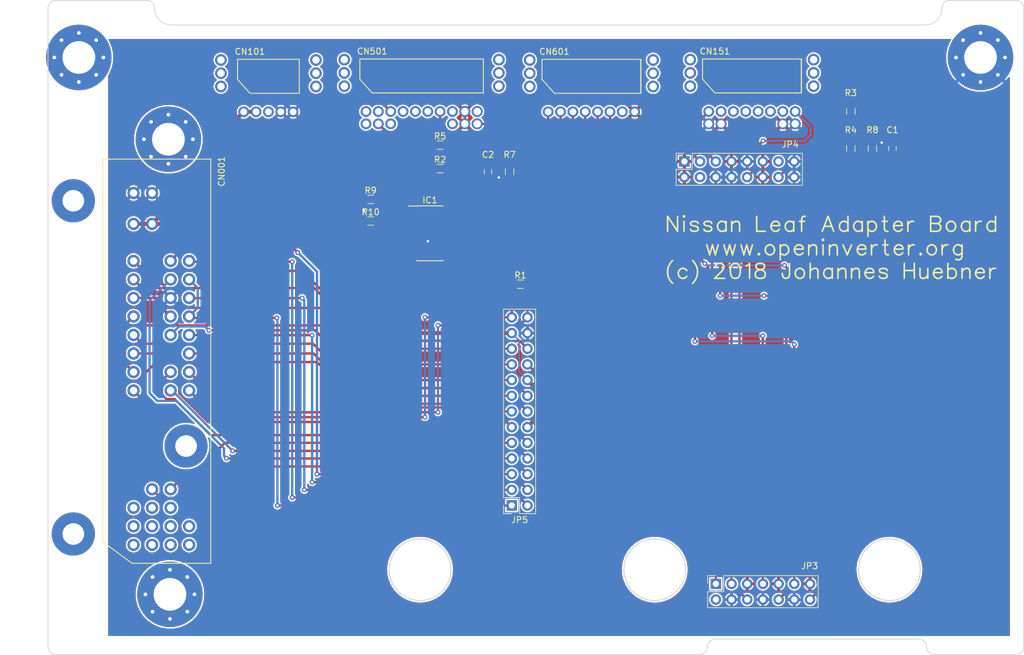
<source format=kicad_pcb>
(kicad_pcb (version 20171130) (host pcbnew 5.0.2-bee76a0~70~ubuntu18.04.1)
  (layers (0 F.Cu signal) (31 B.Cu signal) (34 B.Paste user) (35 F.Paste user) (36 B.SilkS user) (37 F.SilkS user) (38 B.Mask user) (39 F.Mask user) (44 Edge.Cuts user))
  (net 0 "")
  (net 1 GND)
  (net 2 /TMPHS)
  (net 3 /UDC)
  (net 4 /IN_CRUISE)
  (net 5 /OUT_TEMP)
  (net 6 /OUT_ERR)
  (net 7 /OUT_OVTG)
  (net 8 /OUT_DCSW)
  (net 9 /OUT_PRE)
  (net 10 /TMP1)
  (net 11 /TMP2)
  (net 12 /12V)
  (net 13 /IN_BMS)
  (net 14 /OUT_BRAKE)
  (net 15 /IN_START)
  (net 16 /IN_BRAKE)
  (net 17 /IN_REVERSE)
  (net 18 /5V)
  (net 19 /REGEN)
  (net 20 /THROTTLE)
  (net 21 /S3)
  (net 22 /S1S4)
  (net 23 /R1)
  (net 24 /S2)
  (net 25 /IN_FORWARD)
  (net 26 /CANL)
  (net 27 /CANH)
  (net 28 "Net-(CN101-Pad3)")
  (net 29 /I1)
  (net 30 "Net-(CN151-Pad2)")
  (net 31 "Net-(CN151-Pad3)")
  (net 32 "Net-(CN151-Pad4)")
  (net 33 "Net-(CN151-Pad5)")
  (net 34 "Net-(CN151-Pad6)")
  (net 35 "Net-(CN151-Pad7)")
  (net 36 /I2)
  (net 37 "Net-(CN501-Pad1)")
  (net 38 "Net-(CN501-Pad2)")
  (net 39 /FAULT1)
  (net 40 "Net-(CN501-Pad4)")
  (net 41 "Net-(CN501-Pad5)")
  (net 42 "Net-(CN501-Pad6)")
  (net 43 /FAULT2)
  (net 44 "Net-(CN501-Pad8)")
  (net 45 "Net-(CN501-Pad10)")
  (net 46 /TMP_PWM)
  (net 47 "Net-(CN501-Pad13)")
  (net 48 "Net-(CN501-Pad14)")
  (net 49 /UDC_PWM)
  (net 50 "Net-(CN501-Pad16)")
  (net 51 /UN)
  (net 52 /UP)
  (net 53 /VN)
  (net 54 /Vp)
  (net 55 /WN)
  (net 56 /WP)
  (net 57 "Net-(CN601-Pad7)")
  (net 58 /FAULT)
  (net 59 "Net-(IC1-Pad6)")
  (net 60 /DESAT)
  (net 61 "Net-(IC1-Pad8)")
  (net 62 "Net-(JP3-Pad2)")
  (net 63 "Net-(JP4-Pad13)")
  (net 64 "Net-(JP4-Pad4)")
  (net 65 "Net-(CN1-Pad40)")
  (net 66 "Net-(CN1-Pad39)")
  (net 67 "Net-(CN1-Pad22)")
  (net 68 "Net-(CN1-Pad21)")
  (net 69 "Net-(CN1-Pad20)")
  (net 70 "Net-(CN1-Pad19)")
  (net 71 "Net-(CN1-Pad18)")
  (net 72 "Net-(CN1-Pad17)")
  (net 73 "Net-(CN1-Pad3)")
  (net 74 "Net-(CN1-Pad2)")
  (net 75 "Net-(CN1-Pad1)")
  (module Socket_Strips:Socket_Strip_Straight_2x13_Pitch2.54mm (layer F.Cu) (at 134.35 120.6 180)
    (fp_text reference JP5 (at -1.27 -2.33 180) (layer F.SilkS))
    (fp_text value Conn_02x13_Odd_Even)
    (pad 1 thru_hole rect (at 0 0 180) (size 1.7 1.7) (drill 1) (layers *.Cu *.Mask) (net 22 /S1S4))
    (pad 2 thru_hole oval (at -2.54 0 180) (size 1.7 1.7) (drill 1) (layers *.Cu *.Mask) (net 21 /S3))
    (pad 3 thru_hole oval (at 0 2.54 180) (size 1.7 1.7) (drill 1) (layers *.Cu *.Mask) (net 23 /R1))
    (pad 4 thru_hole oval (at -2.54 2.54 180) (size 1.7 1.7) (drill 1) (layers *.Cu *.Mask) (net 24 /S2))
    (pad 5 thru_hole oval (at 0 5.08 180) (size 1.7 1.7) (drill 1) (layers *.Cu *.Mask) (net 20 /THROTTLE))
    (pad 6 thru_hole oval (at -2.54 5.08 180) (size 1.7 1.7) (drill 1) (layers *.Cu *.Mask) (net 4 /IN_CRUISE))
    (pad 7 thru_hole oval (at 0 7.62 180) (size 1.7 1.7) (drill 1) (layers *.Cu *.Mask) (net 19 /REGEN))
    (pad 8 thru_hole oval (at -2.54 7.62 180) (size 1.7 1.7) (drill 1) (layers *.Cu *.Mask) (net 15 /IN_START))
    (pad 9 thru_hole oval (at 0 10.16 180) (size 1.7 1.7) (drill 1) (layers *.Cu *.Mask) (net 14 /OUT_BRAKE))
    (pad 10 thru_hole oval (at -2.54 10.16 180) (size 1.7 1.7) (drill 1) (layers *.Cu *.Mask) (net 16 /IN_BRAKE))
    (pad 11 thru_hole oval (at 0 12.7 180) (size 1.7 1.7) (drill 1) (layers *.Cu *.Mask) (net 8 /OUT_DCSW))
    (pad 12 thru_hole oval (at -2.54 12.7 180) (size 1.7 1.7) (drill 1) (layers *.Cu *.Mask) (net 12 /12V))
    (pad 13 thru_hole oval (at 0 15.24 180) (size 1.7 1.7) (drill 1) (layers *.Cu *.Mask) (net 6 /OUT_ERR))
    (pad 14 thru_hole oval (at -2.54 15.24 180) (size 1.7 1.7) (drill 1) (layers *.Cu *.Mask) (net 25 /IN_FORWARD))
    (pad 15 thru_hole oval (at 0 17.78 180) (size 1.7 1.7) (drill 1) (layers *.Cu *.Mask) (net 7 /OUT_OVTG))
    (pad 16 thru_hole oval (at -2.54 17.78 180) (size 1.7 1.7) (drill 1) (layers *.Cu *.Mask) (net 17 /IN_REVERSE))
    (pad 17 thru_hole oval (at 0 20.32 180) (size 1.7 1.7) (drill 1) (layers *.Cu *.Mask) (net 5 /OUT_TEMP))
    (pad 18 thru_hole oval (at -2.54 20.32 180) (size 1.7 1.7) (drill 1) (layers *.Cu *.Mask) (net 12 /12V))
    (pad 19 thru_hole oval (at 0 22.86 180) (size 1.7 1.7) (drill 1) (layers *.Cu *.Mask) (net 9 /OUT_PRE))
    (pad 20 thru_hole oval (at -2.54 22.86 180) (size 1.7 1.7) (drill 1) (layers *.Cu *.Mask) (net 13 /IN_BMS))
    (pad 21 thru_hole oval (at 0 25.4 180) (size 1.7 1.7) (drill 1) (layers *.Cu *.Mask) (net 10 /TMP1))
    (pad 22 thru_hole oval (at -2.54 25.4 180) (size 1.7 1.7) (drill 1) (layers *.Cu *.Mask) (net 11 /TMP2))
    (pad 23 thru_hole oval (at 0 27.94 180) (size 1.7 1.7) (drill 1) (layers *.Cu *.Mask) (net 12 /12V))
    (pad 24 thru_hole oval (at -2.54 27.94 180) (size 1.7 1.7) (drill 1) (layers *.Cu *.Mask) (net 1 GND))
    (pad 25 thru_hole oval (at 0 30.48 180) (size 1.7 1.7) (drill 1) (layers *.Cu *.Mask) (net 27 /CANH))
    (pad 26 thru_hole oval (at -2.54 30.48 180) (size 1.7 1.7) (drill 1) (layers *.Cu *.Mask) (net 26 /CANL))
  )
  (module Mounting_Holes:MountingHole_5.3mm_M5_Pad_Via (layer F.Cu) (at 64.25 48)
    (fp_text reference REF** hide)
    (fp_text value MountingHole_5.3mm_M5_Pad_Via)
    (pad 1 thru_hole circle (at 0 0) (size 10.6 10.6) (drill 5.3) (layers *.Cu *.Mask))
    (pad 1 thru_hole circle (at 3.975 0) (size 0.9 0.9) (drill 0.6) (layers *.Cu *.Mask))
    (pad 1 thru_hole circle (at 2.810749 2.810749) (size 0.9 0.9) (drill 0.6) (layers *.Cu *.Mask))
    (pad 1 thru_hole circle (at 0 3.975) (size 0.9 0.9) (drill 0.6) (layers *.Cu *.Mask))
    (pad 1 thru_hole circle (at -2.810749 2.810749) (size 0.9 0.9) (drill 0.6) (layers *.Cu *.Mask))
    (pad 1 thru_hole circle (at -3.975 0) (size 0.9 0.9) (drill 0.6) (layers *.Cu *.Mask))
    (pad 1 thru_hole circle (at -2.810749 -2.810749) (size 0.9 0.9) (drill 0.6) (layers *.Cu *.Mask))
    (pad 1 thru_hole circle (at 0 -3.975) (size 0.9 0.9) (drill 0.6) (layers *.Cu *.Mask))
    (pad 1 thru_hole circle (at 2.810749 -2.810749) (size 0.9 0.9) (drill 0.6) (layers *.Cu *.Mask))
  )
  (module Mounting_Holes:MountingHole_5.3mm_M5_Pad_Via (layer F.Cu) (at 78.75 61.25)
    (fp_text reference REF** hide)
    (fp_text value MountingHole_5.3mm_M5_Pad_Via)
    (pad 1 thru_hole circle (at 0 0) (size 10.6 10.6) (drill 5.3) (layers *.Cu *.Mask))
    (pad 1 thru_hole circle (at 3.975 0) (size 0.9 0.9) (drill 0.6) (layers *.Cu *.Mask))
    (pad 1 thru_hole circle (at 2.810749 2.810749) (size 0.9 0.9) (drill 0.6) (layers *.Cu *.Mask))
    (pad 1 thru_hole circle (at 0 3.975) (size 0.9 0.9) (drill 0.6) (layers *.Cu *.Mask))
    (pad 1 thru_hole circle (at -2.810749 2.810749) (size 0.9 0.9) (drill 0.6) (layers *.Cu *.Mask))
    (pad 1 thru_hole circle (at -3.975 0) (size 0.9 0.9) (drill 0.6) (layers *.Cu *.Mask))
    (pad 1 thru_hole circle (at -2.810749 -2.810749) (size 0.9 0.9) (drill 0.6) (layers *.Cu *.Mask))
    (pad 1 thru_hole circle (at 0 -3.975) (size 0.9 0.9) (drill 0.6) (layers *.Cu *.Mask))
    (pad 1 thru_hole circle (at 2.810749 -2.810749) (size 0.9 0.9) (drill 0.6) (layers *.Cu *.Mask))
  )
  (module Mounting_Holes:MountingHole_5.3mm_M5_Pad_Via (layer F.Cu) (at 79 135)
    (fp_text reference REF** hide)
    (fp_text value MountingHole_5.3mm_M5_Pad_Via)
    (pad 1 thru_hole circle (at 0 0) (size 10.6 10.6) (drill 5.3) (layers *.Cu *.Mask))
    (pad 1 thru_hole circle (at 3.975 0) (size 0.9 0.9) (drill 0.6) (layers *.Cu *.Mask))
    (pad 1 thru_hole circle (at 2.810749 2.810749) (size 0.9 0.9) (drill 0.6) (layers *.Cu *.Mask))
    (pad 1 thru_hole circle (at 0 3.975) (size 0.9 0.9) (drill 0.6) (layers *.Cu *.Mask))
    (pad 1 thru_hole circle (at -2.810749 2.810749) (size 0.9 0.9) (drill 0.6) (layers *.Cu *.Mask))
    (pad 1 thru_hole circle (at -3.975 0) (size 0.9 0.9) (drill 0.6) (layers *.Cu *.Mask))
    (pad 1 thru_hole circle (at -2.810749 -2.810749) (size 0.9 0.9) (drill 0.6) (layers *.Cu *.Mask))
    (pad 1 thru_hole circle (at 0 -3.975) (size 0.9 0.9) (drill 0.6) (layers *.Cu *.Mask))
    (pad 1 thru_hole circle (at 2.810749 -2.810749) (size 0.9 0.9) (drill 0.6) (layers *.Cu *.Mask))
  )
  (module GT8E:GT8E-12DP-DS (layer F.Cu) (at 166.23988 56.7517)
    (fp_text reference CN151 (at 1 -9.75) (layer F.SilkS))
    (fp_text value Conn_01x12)
    (pad 12 thru_hole circle (at 0 2) (size 1.8 1.8) (drill 1.2) (layers *.Cu *.Mask) (net 1 GND))
    (pad 11 thru_hole circle (at 2 2) (size 1.8 1.8) (drill 1.2) (layers *.Cu *.Mask) (net 18 /5V))
    (pad 10 thru_hole circle (at 12 2) (size 1.8 1.8) (drill 1.2) (layers *.Cu *.Mask) (net 18 /5V))
    (pad 9 thru_hole circle (at 14 2) (size 1.8 1.8) (drill 1.2) (layers *.Cu *.Mask) (net 1 GND))
    (pad 8 thru_hole circle (at 14 0) (size 1.75 1.75) (drill 1.1) (layers *.Cu *.Mask) (net 36 /I2))
    (pad 7 thru_hole circle (at 12 0) (size 1.75 1.75) (drill 1.1) (layers *.Cu *.Mask) (net 35 "Net-(CN151-Pad7)"))
    (pad 6 thru_hole circle (at 10 0) (size 1.75 1.75) (drill 1.1) (layers *.Cu *.Mask) (net 34 "Net-(CN151-Pad6)"))
    (pad ~ thru_hole circle (at 16.99 -4.1) (size 1.9 1.9) (drill 1.2) (layers *.Cu *.Mask))
    (pad ~ thru_hole circle (at 16.99 -6.25) (size 1.9 1.9) (drill 1.2) (layers *.Cu *.Mask))
    (pad ~ thru_hole circle (at 16.99 -8.4) (size 1.9 1.9) (drill 1.2) (layers *.Cu *.Mask))
    (pad ~ thru_hole circle (at -2.99 -4.1) (size 1.9 1.9) (drill 1.2) (layers *.Cu *.Mask))
    (pad ~ thru_hole circle (at -2.99 -8.4) (size 1.9 1.9) (drill 1.2) (layers *.Cu *.Mask))
    (pad ~ thru_hole circle (at -2.99 -6.25) (size 1.9 1.9) (drill 1.2) (layers *.Cu *.Mask))
    (pad 5 thru_hole circle (at 8 0) (size 1.75 1.75) (drill 1.1) (layers *.Cu *.Mask) (net 33 "Net-(CN151-Pad5)"))
    (pad 4 thru_hole circle (at 6 0) (size 1.75 1.75) (drill 1.1) (layers *.Cu *.Mask) (net 32 "Net-(CN151-Pad4)"))
    (pad 3 thru_hole circle (at 4 0) (size 1.75 1.75) (drill 1.1) (layers *.Cu *.Mask) (net 31 "Net-(CN151-Pad3)"))
    (pad 2 thru_hole circle (at 2 0) (size 1.75 1.75) (drill 1.1) (layers *.Cu *.Mask) (net 30 "Net-(CN151-Pad2)"))
    (pad 1 thru_hole circle (at 0 0) (size 1.75 1.75) (drill 1.1) (layers *.Cu *.Mask) (net 29 /I1))
  )
  (module GT8E:GT8E-5P-DS (layer F.Cu) (at 90.9492 56.8025)
    (fp_text reference CN101 (at 1 -9.75) (layer F.SilkS))
    (fp_text value Conn_01x05)
    (pad ~ thru_hole circle (at 11.69 -4.1) (size 1.9 1.9) (drill 1.2) (layers *.Cu *.Mask))
    (pad ~ thru_hole circle (at 11.69 -6.25) (size 1.9 1.9) (drill 1.2) (layers *.Cu *.Mask))
    (pad ~ thru_hole circle (at 11.69 -8.4) (size 1.9 1.9) (drill 1.2) (layers *.Cu *.Mask))
    (pad ~ thru_hole circle (at -3.69 -4.1) (size 1.9 1.9) (drill 1.2) (layers *.Cu *.Mask))
    (pad ~ thru_hole circle (at -3.69 -8.4) (size 1.9 1.9) (drill 1.2) (layers *.Cu *.Mask))
    (pad ~ thru_hole circle (at -3.69 -6.25) (size 1.9 1.9) (drill 1.2) (layers *.Cu *.Mask))
    (pad 5 thru_hole circle (at 8 0) (size 1.75 1.75) (drill 1.1) (layers *.Cu *.Mask) (net 1 GND))
    (pad 4 thru_hole circle (at 6 0) (size 1.75 1.75) (drill 1.1) (layers *.Cu *.Mask) (net 1 GND))
    (pad 3 thru_hole circle (at 4 0) (size 1.75 1.75) (drill 1.1) (layers *.Cu *.Mask) (net 28 "Net-(CN101-Pad3)"))
    (pad 2 thru_hole circle (at 2 0) (size 1.75 1.75) (drill 1.1) (layers *.Cu *.Mask) (net 12 /12V))
    (pad 1 thru_hole circle (at 0 0) (size 1.75 1.75) (drill 1.1) (layers *.Cu *.Mask) (net 12 /12V))
  )
  (module GT8E:GT8E-16DP-DS (layer F.Cu) (at 110.7485 56.7517)
    (fp_text reference CN501 (at 1 -9.75) (layer F.SilkS))
    (fp_text value Conn_01x16)
    (pad 16 thru_hole circle (at 0 2) (size 1.75 1.75) (drill 1.1) (layers *.Cu *.Mask) (net 50 "Net-(CN501-Pad16)"))
    (pad 15 thru_hole circle (at 2 2) (size 1.75 1.75) (drill 1.1) (layers *.Cu *.Mask) (net 49 /UDC_PWM))
    (pad 14 thru_hole circle (at 4 2) (size 1.75 1.75) (drill 1.1) (layers *.Cu *.Mask) (net 48 "Net-(CN501-Pad14)"))
    (pad 13 thru_hole circle (at 14 2) (size 1.75 1.75) (drill 1.1) (layers *.Cu *.Mask) (net 47 "Net-(CN501-Pad13)"))
    (pad 12 thru_hole circle (at 16 2) (size 1.8 1.8) (drill 1.2) (layers *.Cu *.Mask) (net 18 /5V))
    (pad 11 thru_hole circle (at 18 2) (size 1.8 1.8) (drill 1.2) (layers *.Cu *.Mask) (net 46 /TMP_PWM))
    (pad 10 thru_hole circle (at 18 0) (size 1.8 1.8) (drill 1.2) (layers *.Cu *.Mask) (net 45 "Net-(CN501-Pad10)"))
    (pad 9 thru_hole circle (at 16 0) (size 1.8 1.8) (drill 1.2) (layers *.Cu *.Mask) (net 18 /5V))
    (pad 8 thru_hole circle (at 14 0) (size 1.75 1.75) (drill 1.1) (layers *.Cu *.Mask) (net 44 "Net-(CN501-Pad8)"))
    (pad 7 thru_hole circle (at 12 0) (size 1.75 1.75) (drill 1.1) (layers *.Cu *.Mask) (net 43 /FAULT2))
    (pad 6 thru_hole circle (at 10 0) (size 1.75 1.75) (drill 1.1) (layers *.Cu *.Mask) (net 42 "Net-(CN501-Pad6)"))
    (pad ~ thru_hole circle (at 21.515 -4.1) (size 1.9 1.9) (drill 1.2) (layers *.Cu *.Mask))
    (pad ~ thru_hole circle (at 21.515 -6.25) (size 1.9 1.9) (drill 1.2) (layers *.Cu *.Mask))
    (pad ~ thru_hole circle (at 21.515 -8.4) (size 1.9 1.9) (drill 1.2) (layers *.Cu *.Mask))
    (pad ~ thru_hole circle (at -3.515 -4.1) (size 1.9 1.9) (drill 1.2) (layers *.Cu *.Mask))
    (pad ~ thru_hole circle (at -3.515 -8.4) (size 1.9 1.9) (drill 1.2) (layers *.Cu *.Mask))
    (pad ~ thru_hole circle (at -3.515 -6.25) (size 1.9 1.9) (drill 1.2) (layers *.Cu *.Mask))
    (pad 5 thru_hole circle (at 8 0) (size 1.75 1.75) (drill 1.1) (layers *.Cu *.Mask) (net 41 "Net-(CN501-Pad5)"))
    (pad 4 thru_hole circle (at 6 0) (size 1.75 1.75) (drill 1.1) (layers *.Cu *.Mask) (net 40 "Net-(CN501-Pad4)"))
    (pad 3 thru_hole circle (at 4 0) (size 1.75 1.75) (drill 1.1) (layers *.Cu *.Mask) (net 39 /FAULT1))
    (pad 2 thru_hole circle (at 2 0) (size 1.75 1.75) (drill 1.1) (layers *.Cu *.Mask) (net 38 "Net-(CN501-Pad2)"))
    (pad 1 thru_hole circle (at 0 0) (size 1.75 1.75) (drill 1.1) (layers *.Cu *.Mask) (net 37 "Net-(CN501-Pad1)"))
  )
  (module GT8E:GT8E-8P-DS (layer F.Cu) (at 140.24806 56.8025)
    (fp_text reference CN601 (at 1 -9.75) (layer F.SilkS))
    (fp_text value Conn_01x08)
    (pad 8 thru_hole circle (at 14 0) (size 1.75 1.75) (drill 1.1) (layers *.Cu *.Mask) (net 18 /5V))
    (pad 7 thru_hole circle (at 12 0) (size 1.75 1.75) (drill 1.1) (layers *.Cu *.Mask) (net 57 "Net-(CN601-Pad7)"))
    (pad 6 thru_hole circle (at 10 0) (size 1.75 1.75) (drill 1.1) (layers *.Cu *.Mask) (net 56 /WP))
    (pad ~ thru_hole circle (at 16.99 -4.1) (size 1.9 1.9) (drill 1.2) (layers *.Cu *.Mask))
    (pad ~ thru_hole circle (at 16.99 -6.25) (size 1.9 1.9) (drill 1.2) (layers *.Cu *.Mask))
    (pad ~ thru_hole circle (at 16.99 -8.4) (size 1.9 1.9) (drill 1.2) (layers *.Cu *.Mask))
    (pad ~ thru_hole circle (at -2.99 -4.1) (size 1.9 1.9) (drill 1.2) (layers *.Cu *.Mask))
    (pad ~ thru_hole circle (at -2.99 -8.4) (size 1.9 1.9) (drill 1.2) (layers *.Cu *.Mask))
    (pad ~ thru_hole circle (at -2.99 -6.25) (size 1.9 1.9) (drill 1.2) (layers *.Cu *.Mask))
    (pad 5 thru_hole circle (at 8 0) (size 1.75 1.75) (drill 1.1) (layers *.Cu *.Mask) (net 55 /WN))
    (pad 4 thru_hole circle (at 6 0) (size 1.75 1.75) (drill 1.1) (layers *.Cu *.Mask) (net 54 /Vp))
    (pad 3 thru_hole circle (at 4 0) (size 1.75 1.75) (drill 1.1) (layers *.Cu *.Mask) (net 53 /VN))
    (pad 2 thru_hole circle (at 2 0) (size 1.75 1.75) (drill 1.1) (layers *.Cu *.Mask) (net 52 /UP))
    (pad 1 thru_hole circle (at 0 0) (size 1.75 1.75) (drill 1.1) (layers *.Cu *.Mask) (net 51 /UN))
  )
  (module Socket_Strips:Socket_Strip_Straight_2x07_Pitch2.54mm (layer F.Cu) (at 167.4 133.3 90)
    (fp_text reference JP3 (at 2.9 15.2 180) (layer F.SilkS))
    (fp_text value Conn_02x07_Odd_Even)
    (pad 1 thru_hole rect (at 0 0 90) (size 1.7 1.7) (drill 1) (layers *.Cu *.Mask) (net 60 /DESAT))
    (pad 2 thru_hole oval (at -2.54 0 90) (size 1.7 1.7) (drill 1) (layers *.Cu *.Mask) (net 62 "Net-(JP3-Pad2)"))
    (pad 3 thru_hole oval (at 0 2.54 90) (size 1.7 1.7) (drill 1) (layers *.Cu *.Mask) (net 55 /WN))
    (pad 4 thru_hole oval (at -2.54 2.54 90) (size 1.7 1.7) (drill 1) (layers *.Cu *.Mask) (net 1 GND))
    (pad 5 thru_hole oval (at 0 5.08 90) (size 1.7 1.7) (drill 1) (layers *.Cu *.Mask) (net 18 /5V))
    (pad 6 thru_hole oval (at -2.54 5.08 90) (size 1.7 1.7) (drill 1) (layers *.Cu *.Mask) (net 56 /WP))
    (pad 7 thru_hole oval (at 0 7.62 90) (size 1.7 1.7) (drill 1) (layers *.Cu *.Mask) (net 53 /VN))
    (pad 8 thru_hole oval (at -2.54 7.62 90) (size 1.7 1.7) (drill 1) (layers *.Cu *.Mask) (net 1 GND))
    (pad 9 thru_hole oval (at 0 10.16 90) (size 1.7 1.7) (drill 1) (layers *.Cu *.Mask) (net 18 /5V))
    (pad 10 thru_hole oval (at -2.54 10.16 90) (size 1.7 1.7) (drill 1) (layers *.Cu *.Mask) (net 54 /Vp))
    (pad 11 thru_hole oval (at 0 12.7 90) (size 1.7 1.7) (drill 1) (layers *.Cu *.Mask) (net 51 /UN))
    (pad 12 thru_hole oval (at -2.54 12.7 90) (size 1.7 1.7) (drill 1) (layers *.Cu *.Mask) (net 1 GND))
    (pad 13 thru_hole oval (at 0 15.24 90) (size 1.7 1.7) (drill 1) (layers *.Cu *.Mask) (net 18 /5V))
    (pad 14 thru_hole oval (at -2.54 15.24 90) (size 1.7 1.7) (drill 1) (layers *.Cu *.Mask) (net 52 /UP))
  )
  (module Socket_Strips:Socket_Strip_Straight_2x08_Pitch2.54mm (layer F.Cu) (at 162.3 64.85 90)
    (fp_text reference JP4 (at 2.75 17.15 180) (layer F.SilkS))
    (fp_text value Conn_02x08_Odd_Even)
    (pad 1 thru_hole rect (at 0 0 90) (size 1.7 1.7) (drill 1) (layers *.Cu *.Mask) (net 18 /5V))
    (pad 2 thru_hole oval (at -2.54 0 90) (size 1.7 1.7) (drill 1) (layers *.Cu *.Mask) (net 18 /5V))
    (pad 3 thru_hole oval (at 0 2.54 90) (size 1.7 1.7) (drill 1) (layers *.Cu *.Mask) (net 3 /UDC))
    (pad 4 thru_hole oval (at -2.54 2.54 90) (size 1.7 1.7) (drill 1) (layers *.Cu *.Mask) (net 64 "Net-(JP4-Pad4)"))
    (pad 5 thru_hole oval (at 0 5.08 90) (size 1.7 1.7) (drill 1) (layers *.Cu *.Mask) (net 29 /I1))
    (pad 6 thru_hole oval (at -2.54 5.08 90) (size 1.7 1.7) (drill 1) (layers *.Cu *.Mask) (net 1 GND))
    (pad 7 thru_hole oval (at 0 7.62 90) (size 1.7 1.7) (drill 1) (layers *.Cu *.Mask) (net 18 /5V))
    (pad 8 thru_hole oval (at -2.54 7.62 90) (size 1.7 1.7) (drill 1) (layers *.Cu *.Mask) (net 1 GND))
    (pad 9 thru_hole oval (at 0 10.16 90) (size 1.7 1.7) (drill 1) (layers *.Cu *.Mask) (net 1 GND))
    (pad 10 thru_hole oval (at -2.54 10.16 90) (size 1.7 1.7) (drill 1) (layers *.Cu *.Mask) (net 36 /I2))
    (pad 11 thru_hole oval (at 0 12.7 90) (size 1.7 1.7) (drill 1) (layers *.Cu *.Mask) (net 18 /5V))
    (pad 12 thru_hole oval (at -2.54 12.7 90) (size 1.7 1.7) (drill 1) (layers *.Cu *.Mask) (net 18 /5V))
    (pad 13 thru_hole oval (at 0 15.24 90) (size 1.7 1.7) (drill 1) (layers *.Cu *.Mask) (net 63 "Net-(JP4-Pad13)"))
    (pad 14 thru_hole oval (at -2.54 15.24 90) (size 1.7 1.7) (drill 1) (layers *.Cu *.Mask) (net 2 /TMPHS))
    (pad 15 thru_hole oval (at 0 17.78 90) (size 1.7 1.7) (drill 1) (layers *.Cu *.Mask) (net 1 GND))
    (pad 16 thru_hole oval (at -2.54 17.78 90) (size 1.7 1.7) (drill 1) (layers *.Cu *.Mask) (net 1 GND))
  )
  (module Mounting_Holes:MountingHole_5.3mm_M5_Pad_Via (layer F.Cu) (at 210.25 48)
    (fp_text reference H1 hide)
    (fp_text value MountingHole_Pad)
    (pad 1 thru_hole circle (at 0 0) (size 10.6 10.6) (drill 5.3) (layers *.Cu *.Mask) (net 1 GND))
    (pad 1 thru_hole circle (at 3.975 0) (size 0.9 0.9) (drill 0.6) (layers *.Cu *.Mask) (net 1 GND))
    (pad 1 thru_hole circle (at 2.810749 2.810749) (size 0.9 0.9) (drill 0.6) (layers *.Cu *.Mask) (net 1 GND))
    (pad 1 thru_hole circle (at 0 3.975) (size 0.9 0.9) (drill 0.6) (layers *.Cu *.Mask) (net 1 GND))
    (pad 1 thru_hole circle (at -2.810749 2.810749) (size 0.9 0.9) (drill 0.6) (layers *.Cu *.Mask) (net 1 GND))
    (pad 1 thru_hole circle (at -3.975 0) (size 0.9 0.9) (drill 0.6) (layers *.Cu *.Mask) (net 1 GND))
    (pad 1 thru_hole circle (at -2.810749 -2.810749) (size 0.9 0.9) (drill 0.6) (layers *.Cu *.Mask) (net 1 GND))
    (pad 1 thru_hole circle (at 0 -3.975) (size 0.9 0.9) (drill 0.6) (layers *.Cu *.Mask) (net 1 GND))
    (pad 1 thru_hole circle (at 2.810749 -2.810749) (size 0.9 0.9) (drill 0.6) (layers *.Cu *.Mask) (net 1 GND))
  )
  (module Capacitors_SMD:C_0603_HandSoldering (layer F.Cu) (at 196 62.75 90)
    (fp_text reference C1 (at 3 0 180) (layer F.SilkS))
    (fp_text value 1uf hide)
    (pad 1 smd rect (at -0.95 0 90) (size 1.2 0.75) (layers F.Cu F.Paste F.Mask) (net 2 /TMPHS))
    (pad 2 smd rect (at 0.95 0 90) (size 1.2 0.75) (layers F.Cu F.Paste F.Mask) (net 1 GND))
  )
  (module Capacitors_SMD:C_0603_HandSoldering (layer F.Cu) (at 130.5 66.5 270)
    (fp_text reference C2 (at -2.75 0) (layer F.SilkS))
    (fp_text value 1uf)
    (pad 2 smd rect (at 0.95 0 270) (size 1.2 0.75) (layers F.Cu F.Paste F.Mask) (net 1 GND))
    (pad 1 smd rect (at -0.95 0 270) (size 1.2 0.75) (layers F.Cu F.Paste F.Mask) (net 3 /UDC))
  )
  (module Leaf:1939561-3 (layer F.Cu) (at 73.10824 126.97 90)
    (fp_text reference CN001 (at 60.5 14.25 90) (layer F.SilkS))
    (fp_text value Conn_02x20_Odd_Even)
    (pad 40 thru_hole circle (at 0 9 90) (size 2 2) (drill 1.2) (layers *.Cu *.Mask) (net 65 "Net-(CN1-Pad40)"))
    (pad 39 thru_hole circle (at 3 9 90) (size 2 2) (drill 1.2) (layers *.Cu *.Mask) (net 66 "Net-(CN1-Pad39)"))
    (pad 38 thru_hole circle (at 25 9 90) (size 2 2) (drill 1.2) (layers *.Cu *.Mask) (net 27 /CANH))
    (pad 37 thru_hole circle (at 28 9 90) (size 2 2) (drill 1.2) (layers *.Cu *.Mask) (net 26 /CANL))
    (pad 36 thru_hole circle (at 31 9 90) (size 2 2) (drill 1.2) (layers *.Cu *.Mask) (net 25 /IN_FORWARD))
    (pad 35 thru_hole circle (at 34 9 90) (size 2 2) (drill 1.2) (layers *.Cu *.Mask) (net 24 /S2))
    (pad 34 thru_hole circle (at 37 9 90) (size 2 2) (drill 1.2) (layers *.Cu *.Mask) (net 22 /S1S4))
    (pad 33 thru_hole circle (at 40 9 90) (size 2 2) (drill 1.2) (layers *.Cu *.Mask) (net 23 /R1))
    (pad 32 thru_hole circle (at 43 9 90) (size 2 2) (drill 1.2) (layers *.Cu *.Mask) (net 22 /S1S4))
    (pad 31 thru_hole circle (at 46 9 90) (size 2 2) (drill 1.2) (layers *.Cu *.Mask) (net 21 /S3))
    (pad 30 thru_hole circle (at 46 6 90) (size 2 2) (drill 1.2) (layers *.Cu *.Mask) (net 20 /THROTTLE))
    (pad 29 thru_hole circle (at 43 6 90) (size 2 2) (drill 1.2) (layers *.Cu *.Mask) (net 19 /REGEN))
    (pad 28 thru_hole circle (at 40 6 90) (size 2 2) (drill 1.2) (layers *.Cu *.Mask) (net 1 GND))
    (pad 27 thru_hole circle (at 37 6 90) (size 2 2) (drill 1.2) (layers *.Cu *.Mask) (net 18 /5V))
    (pad 26 thru_hole circle (at 34 6 90) (size 2 2) (drill 1.2) (layers *.Cu *.Mask) (net 17 /IN_REVERSE))
    (pad 25 thru_hole circle (at 28 6 90) (size 2 2) (drill 1.2) (layers *.Cu *.Mask) (net 16 /IN_BRAKE))
    (pad 24 thru_hole circle (at 25 6 90) (size 2 2) (drill 1.2) (layers *.Cu *.Mask) (net 15 /IN_START))
    (pad 23 thru_hole circle (at 9 6 90) (size 2 2) (drill 1.2) (layers *.Cu *.Mask) (net 14 /OUT_BRAKE))
    (pad 22 thru_hole circle (at 6 6 90) (size 2 2) (drill 1.2) (layers *.Cu *.Mask) (net 67 "Net-(CN1-Pad22)"))
    (pad 21 thru_hole circle (at 3 6 90) (size 2 2) (drill 1.2) (layers *.Cu *.Mask) (net 68 "Net-(CN1-Pad21)"))
    (pad 20 thru_hole circle (at 0 6 90) (size 2 2) (drill 1.2) (layers *.Cu *.Mask) (net 69 "Net-(CN1-Pad20)"))
    (pad 19 thru_hole circle (at 0 3 90) (size 2 2) (drill 1.2) (layers *.Cu *.Mask) (net 70 "Net-(CN1-Pad19)"))
    (pad 18 thru_hole circle (at 3 3 90) (size 2 2) (drill 1.2) (layers *.Cu *.Mask) (net 71 "Net-(CN1-Pad18)"))
    (pad 17 thru_hole circle (at 6 3 90) (size 2 2) (drill 1.2) (layers *.Cu *.Mask) (net 72 "Net-(CN1-Pad17)"))
    (pad 16 thru_hole circle (at 9 3 90) (size 2 2) (drill 1.2) (layers *.Cu *.Mask) (net 13 /IN_BMS))
    (pad 15 thru_hole circle (at 52 3 90) (size 2 2) (drill 1.2) (layers *.Cu *.Mask) (net 12 /12V))
    (pad 14 thru_hole circle (at 57 3 90) (size 2 2) (drill 1.2) (layers *.Cu *.Mask) (net 1 GND))
    (pad 13 thru_hole circle (at 57 0 90) (size 2 2) (drill 1.2) (layers *.Cu *.Mask) (net 1 GND))
    (pad 12 thru_hole circle (at 52 0 90) (size 2 2) (drill 1.2) (layers *.Cu *.Mask) (net 12 /12V))
    (pad 11 thru_hole circle (at 46 0 90) (size 2 2) (drill 1.2) (layers *.Cu *.Mask) (net 11 /TMP2))
    (pad 10 thru_hole circle (at 43 0 90) (size 2 2) (drill 1.2) (layers *.Cu *.Mask) (net 10 /TMP1))
    (pad 9 thru_hole circle (at 40 0 90) (size 2 2) (drill 1.2) (layers *.Cu *.Mask) (net 9 /OUT_PRE))
    (pad 8 thru_hole circle (at 37 0 90) (size 2 2) (drill 1.2) (layers *.Cu *.Mask) (net 8 /OUT_DCSW))
    (pad 7 thru_hole circle (at 34 0 90) (size 2 2) (drill 1.2) (layers *.Cu *.Mask) (net 7 /OUT_OVTG))
    (pad 6 thru_hole circle (at 31 0 90) (size 2 2) (drill 1.2) (layers *.Cu *.Mask) (net 6 /OUT_ERR))
    (pad 5 thru_hole circle (at 28 0 90) (size 2 2) (drill 1.2) (layers *.Cu *.Mask) (net 5 /OUT_TEMP))
    (pad 4 thru_hole circle (at 25 0 90) (size 2 2) (drill 1.2) (layers *.Cu *.Mask) (net 4 /IN_CRUISE))
    (pad 3 thru_hole circle (at 6 0 90) (size 2 2) (drill 1.2) (layers *.Cu *.Mask) (net 73 "Net-(CN1-Pad3)"))
    (pad 2 thru_hole circle (at 3 0 90) (size 2 2) (drill 1.2) (layers *.Cu *.Mask) (net 74 "Net-(CN1-Pad2)"))
    (pad 1 thru_hole circle (at 0 0 90) (size 2 2) (drill 1.2) (layers *.Cu *.Mask) (net 75 "Net-(CN1-Pad1)"))
    (pad "" np_thru_hole circle (at -7.25 -8.35 90) (size 3.5 3.5) (drill 3.5) (layers *.Cu *.Mask))
    (pad ~ thru_hole circle (at 16 8.5 90) (size 7 7) (drill 3.5) (layers *.Cu *.Mask))
    (pad ~ thru_hole circle (at 1.75 -9.75 90) (size 7 7) (drill 3.5) (layers *.Cu *.Mask))
    (pad ~ thru_hole circle (at 55.75 -9.75 90) (size 7 7) (drill 3.5) (layers *.Cu *.Mask))
    (pad "" np_thru_hole circle (at 64.75 -8.35 90) (size 3.5 3.5) (drill 3.5) (layers *.Cu *.Mask))
  )
  (module Housings_SOIC:SOIC-14_3.9x8.7mm_Pitch1.27mm (layer F.Cu) (at 121.1 76.5)
    (fp_text reference IC1 (at 0 -5.375) (layer F.SilkS))
    (fp_text value SN74F00)
    (pad 14 smd rect (at 2.7 -3.81) (size 1.5 0.6) (layers F.Cu F.Paste F.Mask) (net 18 /5V))
    (pad 13 smd rect (at 2.7 -2.54) (size 1.5 0.6) (layers F.Cu F.Paste F.Mask) (net 58 /FAULT))
    (pad 12 smd rect (at 2.7 -1.27) (size 1.5 0.6) (layers F.Cu F.Paste F.Mask) (net 58 /FAULT))
    (pad 11 smd rect (at 2.7 0) (size 1.5 0.6) (layers F.Cu F.Paste F.Mask) (net 60 /DESAT))
    (pad 10 smd rect (at 2.7 1.27) (size 1.5 0.6) (layers F.Cu F.Paste F.Mask) (net 1 GND))
    (pad 9 smd rect (at 2.7 2.54) (size 1.5 0.6) (layers F.Cu F.Paste F.Mask) (net 1 GND))
    (pad 8 smd rect (at 2.7 3.81) (size 1.5 0.6) (layers F.Cu F.Paste F.Mask) (net 61 "Net-(IC1-Pad8)"))
    (pad 7 smd rect (at -2.7 3.81) (size 1.5 0.6) (layers F.Cu F.Paste F.Mask) (net 1 GND))
    (pad 6 smd rect (at -2.7 2.54) (size 1.5 0.6) (layers F.Cu F.Paste F.Mask) (net 59 "Net-(IC1-Pad6)"))
    (pad 5 smd rect (at -2.7 1.27) (size 1.5 0.6) (layers F.Cu F.Paste F.Mask) (net 1 GND))
    (pad 4 smd rect (at -2.7 0) (size 1.5 0.6) (layers F.Cu F.Paste F.Mask) (net 1 GND))
    (pad 3 smd rect (at -2.7 -1.27) (size 1.5 0.6) (layers F.Cu F.Paste F.Mask) (net 58 /FAULT))
    (pad 2 smd rect (at -2.7 -2.54) (size 1.5 0.6) (layers F.Cu F.Paste F.Mask) (net 43 /FAULT2))
    (pad 1 smd rect (at -2.7 -3.81) (size 1.5 0.6) (layers F.Cu F.Paste F.Mask) (net 39 /FAULT1))
  )
  (module Resistors_SMD:R_0603_HandSoldering (layer F.Cu) (at 135.75 84.75)
    (fp_text reference R1 (at 0 -1.45) (layer F.SilkS))
    (fp_text value 120R)
    (pad 2 smd rect (at 1.1 0) (size 1.2 0.9) (layers F.Cu F.Paste F.Mask) (net 26 /CANL))
    (pad 1 smd rect (at -1.1 0) (size 1.2 0.9) (layers F.Cu F.Paste F.Mask) (net 27 /CANH))
  )
  (module Resistors_SMD:R_0603_HandSoldering (layer F.Cu) (at 122.75 66)
    (fp_text reference R2 (at 0 -1.45) (layer F.SilkS))
    (fp_text value 10k)
    (pad 1 smd rect (at -1.1 0) (size 1.2 0.9) (layers F.Cu F.Paste F.Mask) (net 49 /UDC_PWM))
    (pad 2 smd rect (at 1.1 0) (size 1.2 0.9) (layers F.Cu F.Paste F.Mask) (net 18 /5V))
  )
  (module Resistors_SMD:R_0603_HandSoldering (layer F.Cu) (at 189.25 56.75 90)
    (fp_text reference R3 (at 3 0 180) (layer F.SilkS))
    (fp_text value 10k)
    (pad 2 smd rect (at 1.1 0 90) (size 1.2 0.9) (layers F.Cu F.Paste F.Mask) (net 18 /5V))
    (pad 1 smd rect (at -1.1 0 90) (size 1.2 0.9) (layers F.Cu F.Paste F.Mask) (net 46 /TMP_PWM))
  )
  (module Resistors_SMD:R_0603_HandSoldering (layer F.Cu) (at 189.25 62.75 270)
    (fp_text reference R4 (at -3 0) (layer F.SilkS))
    (fp_text value 10k)
    (pad 1 smd rect (at -1.1 0 270) (size 1.2 0.9) (layers F.Cu F.Paste F.Mask) (net 46 /TMP_PWM))
    (pad 2 smd rect (at 1.1 0 270) (size 1.2 0.9) (layers F.Cu F.Paste F.Mask) (net 2 /TMPHS))
  )
  (module Resistors_SMD:R_0603_HandSoldering (layer F.Cu) (at 122.75 62.2)
    (fp_text reference R5 (at 0 -1.45) (layer F.SilkS))
    (fp_text value 10k)
    (pad 2 smd rect (at 1.1 0) (size 1.2 0.9) (layers F.Cu F.Paste F.Mask) (net 3 /UDC))
    (pad 1 smd rect (at -1.1 0) (size 1.2 0.9) (layers F.Cu F.Paste F.Mask) (net 49 /UDC_PWM))
  )
  (module Resistors_SMD:R_0603_HandSoldering (layer F.Cu) (at 134 66.5 90)
    (fp_text reference R7 (at 2.75 0 180) (layer F.SilkS))
    (fp_text value 47k)
    (pad 1 smd rect (at -1.1 0 90) (size 1.2 0.9) (layers F.Cu F.Paste F.Mask) (net 1 GND))
    (pad 2 smd rect (at 1.1 0 90) (size 1.2 0.9) (layers F.Cu F.Paste F.Mask) (net 3 /UDC))
  )
  (module Resistors_SMD:R_0603_HandSoldering (layer F.Cu) (at 192.75 62.75 270)
    (fp_text reference R8 (at -3 0) (layer F.SilkS))
    (fp_text value 47k)
    (pad 2 smd rect (at 1.1 0 270) (size 1.2 0.9) (layers F.Cu F.Paste F.Mask) (net 2 /TMPHS))
    (pad 1 smd rect (at -1.1 0 270) (size 1.2 0.9) (layers F.Cu F.Paste F.Mask) (net 1 GND))
  )
  (module Resistors_SMD:R_0603_HandSoldering (layer F.Cu) (at 111.5 71)
    (fp_text reference R9 (at 0 -1.45) (layer F.SilkS))
    (fp_text value 1k)
    (pad 1 smd rect (at -1.1 0) (size 1.2 0.9) (layers F.Cu F.Paste F.Mask) (net 1 GND))
    (pad 2 smd rect (at 1.1 0) (size 1.2 0.9) (layers F.Cu F.Paste F.Mask) (net 39 /FAULT1))
  )
  (module Resistors_SMD:R_0603_HandSoldering (layer F.Cu) (at 111.5 74.5)
    (fp_text reference R10 (at 0 -1.45) (layer F.SilkS))
    (fp_text value 1k2)
    (pad 2 smd rect (at 1.1 0) (size 1.2 0.9) (layers F.Cu F.Paste F.Mask) (net 43 /FAULT2))
    (pad 1 smd rect (at -1.1 0) (size 1.2 0.9) (layers F.Cu F.Paste F.Mask) (net 1 GND))
  )
  (gr_arc (start 200.25 143.5) (end 201.5 143.5) (angle -90) (layer Edge.Cuts) (width 0.127))
  (gr_arc (start 202.75 143.5) (end 201.5 143.5) (angle -90) (layer Edge.Cuts) (width 0.127))
  (gr_arc (start 167.25 143.5) (end 167.25 142.25) (angle -90) (layer Edge.Cuts) (width 0.127))
  (gr_arc (start 164.75 143.5) (end 164.75 144.75) (angle -90) (layer Edge.Cuts) (width 0.127))
  (gr_arc (start 79.25 40) (end 76.5 40) (angle -90) (layer Edge.Cuts) (width 0.127))
  (gr_arc (start 75.25 40) (end 76.5 40) (angle -90) (layer Edge.Cuts) (width 0.127))
  (gr_arc (start 201.25 40) (end 201.25 42.75) (angle -90) (layer Edge.Cuts) (width 0.127))
  (gr_arc (start 205.25 40) (end 205.25 38.75) (angle -90) (layer Edge.Cuts) (width 0.127))
  (gr_arc (start 216 143.5) (end 216 144.75) (angle -90) (layer Edge.Cuts) (width 0.127))
  (gr_arc (start 216 40) (end 217.25 40) (angle -90) (layer Edge.Cuts) (width 0.127))
  (gr_arc (start 60.5 143.5) (end 59.25 143.5) (angle -90) (layer Edge.Cuts) (width 0.127))
  (gr_arc (start 60.5 40) (end 60.5 38.75) (angle -90) (layer Edge.Cuts) (width 0.127))
  (gr_circle (center 119.5 131) (end 124.5 131) (layer Edge.Cuts) (width 0.15))
  (gr_circle (center 157.5 131) (end 162.5 131) (layer Edge.Cuts) (width 0.15))
  (gr_circle (center 195.5 131) (end 200.5 131) (layer Edge.Cuts) (width 0.15))
  (gr_line (start 60.5 144.75) (end 164.75 144.75) (layer Edge.Cuts) (width 0.127))
  (gr_line (start 167.25 142.25) (end 200.25 142.25) (layer Edge.Cuts) (width 0.127))
  (gr_line (start 202.76 144.75) (end 216 144.75) (layer Edge.Cuts) (width 0.127))
  (gr_line (start 217.25 143.5) (end 217.25 40) (layer Edge.Cuts) (width 0.127))
  (gr_line (start 216 38.75) (end 205.2492 38.75072) (layer Edge.Cuts) (width 0.127))
  (gr_line (start 201.2487 42.75122) (end 79.24996 42.75122) (layer Edge.Cuts) (width 0.127))
  (gr_line (start 75.24946 38.75072) (end 60.5 38.75) (layer Edge.Cuts) (width 0.127))
  (gr_line (start 59.25 40) (end 59.25 143.5) (layer Edge.Cuts) (width 0.127))
  (gr_line (start 159.58 73.74684) (end 159.58 76.17) (layer F.SilkS) (width 0.254))
  (gr_line (start 159.58 73.74684) (end 161.19544 76.17) (layer F.SilkS) (width 0.254))
  (gr_line (start 161.19544 73.74684) (end 161.19544 76.17) (layer F.SilkS) (width 0.254))
  (gr_line (start 162.12 73.74684) (end 162.2343 73.86114) (layer F.SilkS) (width 0.254))
  (gr_line (start 162.2343 73.86114) (end 162.3486 73.74684) (layer F.SilkS) (width 0.254))
  (gr_line (start 162.3486 73.74684) (end 162.2343 73.63) (layer F.SilkS) (width 0.254))
  (gr_line (start 162.2343 73.63) (end 162.12 73.74684) (layer F.SilkS) (width 0.254))
  (gr_line (start 162.2343 74.55456) (end 162.2343 76.17) (layer F.SilkS) (width 0.254))
  (gr_line (start 164.54316 74.9) (end 164.42886 74.6714) (layer F.SilkS) (width 0.254))
  (gr_line (start 164.42886 74.6714) (end 164.08088 74.55456) (layer F.SilkS) (width 0.254))
  (gr_line (start 164.08088 74.55456) (end 163.73544 74.55456) (layer F.SilkS) (width 0.254))
  (gr_line (start 163.73544 74.55456) (end 163.38746 74.6714) (layer F.SilkS) (width 0.254))
  (gr_line (start 163.38746 74.6714) (end 163.27316 74.9) (layer F.SilkS) (width 0.254))
  (gr_line (start 163.27316 74.9) (end 163.38746 75.13114) (layer F.SilkS) (width 0.254))
  (gr_line (start 163.38746 75.13114) (end 163.6186 75.24798) (layer F.SilkS) (width 0.254))
  (gr_line (start 163.6186 75.24798) (end 164.19772 75.36228) (layer F.SilkS) (width 0.254))
  (gr_line (start 164.19772 75.36228) (end 164.42886 75.47912) (layer F.SilkS) (width 0.254))
  (gr_line (start 164.42886 75.47912) (end 164.54316 75.71026) (layer F.SilkS) (width 0.254))
  (gr_line (start 164.54316 75.71026) (end 164.54316 75.82456) (layer F.SilkS) (width 0.254))
  (gr_line (start 164.54316 75.82456) (end 164.42886 76.0557) (layer F.SilkS) (width 0.254))
  (gr_line (start 164.42886 76.0557) (end 164.08088 76.17) (layer F.SilkS) (width 0.254))
  (gr_line (start 164.08088 76.17) (end 163.73544 76.17) (layer F.SilkS) (width 0.254))
  (gr_line (start 163.73544 76.17) (end 163.38746 76.0557) (layer F.SilkS) (width 0.254))
  (gr_line (start 163.38746 76.0557) (end 163.27316 75.82456) (layer F.SilkS) (width 0.254))
  (gr_line (start 166.73772 74.9) (end 166.62088 74.6714) (layer F.SilkS) (width 0.254))
  (gr_line (start 166.62088 74.6714) (end 166.27544 74.55456) (layer F.SilkS) (width 0.254))
  (gr_line (start 166.27544 74.55456) (end 165.92746 74.55456) (layer F.SilkS) (width 0.254))
  (gr_line (start 165.92746 74.55456) (end 165.58202 74.6714) (layer F.SilkS) (width 0.254))
  (gr_line (start 165.58202 74.6714) (end 165.46772 74.9) (layer F.SilkS) (width 0.254))
  (gr_line (start 165.46772 74.9) (end 165.58202 75.13114) (layer F.SilkS) (width 0.254))
  (gr_line (start 165.58202 75.13114) (end 165.81316 75.24798) (layer F.SilkS) (width 0.254))
  (gr_line (start 165.81316 75.24798) (end 166.38974 75.36228) (layer F.SilkS) (width 0.254))
  (gr_line (start 166.38974 75.36228) (end 166.62088 75.47912) (layer F.SilkS) (width 0.254))
  (gr_line (start 166.62088 75.47912) (end 166.73772 75.71026) (layer F.SilkS) (width 0.254))
  (gr_line (start 166.73772 75.71026) (end 166.73772 75.82456) (layer F.SilkS) (width 0.254))
  (gr_line (start 166.73772 75.82456) (end 166.62088 76.0557) (layer F.SilkS) (width 0.254))
  (gr_line (start 166.62088 76.0557) (end 166.27544 76.17) (layer F.SilkS) (width 0.254))
  (gr_line (start 166.27544 76.17) (end 165.92746 76.17) (layer F.SilkS) (width 0.254))
  (gr_line (start 165.92746 76.17) (end 165.58202 76.0557) (layer F.SilkS) (width 0.254))
  (gr_line (start 165.58202 76.0557) (end 165.46772 75.82456) (layer F.SilkS) (width 0.254))
  (gr_line (start 169.04658 74.55456) (end 169.04658 76.17) (layer F.SilkS) (width 0.254))
  (gr_line (start 169.04658 74.9) (end 168.81544 74.6714) (layer F.SilkS) (width 0.254))
  (gr_line (start 168.81544 74.6714) (end 168.5843 74.55456) (layer F.SilkS) (width 0.254))
  (gr_line (start 168.5843 74.55456) (end 168.23886 74.55456) (layer F.SilkS) (width 0.254))
  (gr_line (start 168.23886 74.55456) (end 168.00772 74.6714) (layer F.SilkS) (width 0.254))
  (gr_line (start 168.00772 74.6714) (end 167.77658 74.9) (layer F.SilkS) (width 0.254))
  (gr_line (start 167.77658 74.9) (end 167.65974 75.24798) (layer F.SilkS) (width 0.254))
  (gr_line (start 167.65974 75.24798) (end 167.65974 75.47912) (layer F.SilkS) (width 0.254))
  (gr_line (start 167.65974 75.47912) (end 167.77658 75.82456) (layer F.SilkS) (width 0.254))
  (gr_line (start 167.77658 75.82456) (end 168.00772 76.0557) (layer F.SilkS) (width 0.254))
  (gr_line (start 168.00772 76.0557) (end 168.23886 76.17) (layer F.SilkS) (width 0.254))
  (gr_line (start 168.23886 76.17) (end 168.5843 76.17) (layer F.SilkS) (width 0.254))
  (gr_line (start 168.5843 76.17) (end 168.81544 76.0557) (layer F.SilkS) (width 0.254))
  (gr_line (start 168.81544 76.0557) (end 169.04658 75.82456) (layer F.SilkS) (width 0.254))
  (gr_line (start 169.9686 74.55456) (end 169.9686 76.17) (layer F.SilkS) (width 0.254))
  (gr_line (start 169.9686 75.01684) (end 170.31658 74.6714) (layer F.SilkS) (width 0.254))
  (gr_line (start 170.31658 74.6714) (end 170.54772 74.55456) (layer F.SilkS) (width 0.254))
  (gr_line (start 170.54772 74.55456) (end 170.89316 74.55456) (layer F.SilkS) (width 0.254))
  (gr_line (start 170.89316 74.55456) (end 171.1243 74.6714) (layer F.SilkS) (width 0.254))
  (gr_line (start 171.1243 74.6714) (end 171.2386 75.01684) (layer F.SilkS) (width 0.254))
  (gr_line (start 171.2386 75.01684) (end 171.2386 76.17) (layer F.SilkS) (width 0.254))
  (gr_line (start 174.00974 73.74684) (end 174.00974 76.17) (layer F.SilkS) (width 0.254))
  (gr_line (start 174.00974 76.17) (end 175.39658 76.17) (layer F.SilkS) (width 0.254))
  (gr_line (start 176.3186 75.24798) (end 177.70544 75.24798) (layer F.SilkS) (width 0.254))
  (gr_line (start 177.70544 75.24798) (end 177.70544 75.01684) (layer F.SilkS) (width 0.254))
  (gr_line (start 177.70544 75.01684) (end 177.5886 74.7857) (layer F.SilkS) (width 0.254))
  (gr_line (start 177.5886 74.7857) (end 177.4743 74.6714) (layer F.SilkS) (width 0.254))
  (gr_line (start 177.4743 74.6714) (end 177.24316 74.55456) (layer F.SilkS) (width 0.254))
  (gr_line (start 177.24316 74.55456) (end 176.89772 74.55456) (layer F.SilkS) (width 0.254))
  (gr_line (start 176.89772 74.55456) (end 176.66658 74.6714) (layer F.SilkS) (width 0.254))
  (gr_line (start 176.66658 74.6714) (end 176.43544 74.9) (layer F.SilkS) (width 0.254))
  (gr_line (start 176.43544 74.9) (end 176.3186 75.24798) (layer F.SilkS) (width 0.254))
  (gr_line (start 176.3186 75.24798) (end 176.3186 75.47912) (layer F.SilkS) (width 0.254))
  (gr_line (start 176.3186 75.47912) (end 176.43544 75.82456) (layer F.SilkS) (width 0.254))
  (gr_line (start 176.43544 75.82456) (end 176.66658 76.0557) (layer F.SilkS) (width 0.254))
  (gr_line (start 176.66658 76.0557) (end 176.89772 76.17) (layer F.SilkS) (width 0.254))
  (gr_line (start 176.89772 76.17) (end 177.24316 76.17) (layer F.SilkS) (width 0.254))
  (gr_line (start 177.24316 76.17) (end 177.4743 76.0557) (layer F.SilkS) (width 0.254))
  (gr_line (start 177.4743 76.0557) (end 177.70544 75.82456) (layer F.SilkS) (width 0.254))
  (gr_line (start 180.0143 74.55456) (end 180.0143 76.17) (layer F.SilkS) (width 0.254))
  (gr_line (start 180.0143 74.9) (end 179.78316 74.6714) (layer F.SilkS) (width 0.254))
  (gr_line (start 179.78316 74.6714) (end 179.55202 74.55456) (layer F.SilkS) (width 0.254))
  (gr_line (start 179.55202 74.55456) (end 179.20658 74.55456) (layer F.SilkS) (width 0.254))
  (gr_line (start 179.20658 74.55456) (end 178.97544 74.6714) (layer F.SilkS) (width 0.254))
  (gr_line (start 178.97544 74.6714) (end 178.7443 74.9) (layer F.SilkS) (width 0.254))
  (gr_line (start 178.7443 74.9) (end 178.63 75.24798) (layer F.SilkS) (width 0.254))
  (gr_line (start 178.63 75.24798) (end 178.63 75.47912) (layer F.SilkS) (width 0.254))
  (gr_line (start 178.63 75.47912) (end 178.7443 75.82456) (layer F.SilkS) (width 0.254))
  (gr_line (start 178.7443 75.82456) (end 178.97544 76.0557) (layer F.SilkS) (width 0.254))
  (gr_line (start 178.97544 76.0557) (end 179.20658 76.17) (layer F.SilkS) (width 0.254))
  (gr_line (start 179.20658 76.17) (end 179.55202 76.17) (layer F.SilkS) (width 0.254))
  (gr_line (start 179.55202 76.17) (end 179.78316 76.0557) (layer F.SilkS) (width 0.254))
  (gr_line (start 179.78316 76.0557) (end 180.0143 75.82456) (layer F.SilkS) (width 0.254))
  (gr_line (start 181.86088 73.74684) (end 181.62974 73.74684) (layer F.SilkS) (width 0.254))
  (gr_line (start 181.62974 73.74684) (end 181.3986 73.86114) (layer F.SilkS) (width 0.254))
  (gr_line (start 181.3986 73.86114) (end 181.2843 74.20912) (layer F.SilkS) (width 0.254))
  (gr_line (start 181.2843 74.20912) (end 181.2843 76.17) (layer F.SilkS) (width 0.254))
  (gr_line (start 180.93886 74.55456) (end 181.74658 74.55456) (layer F.SilkS) (width 0.254))
  (gr_line (start 185.55658 73.74684) (end 184.63202 76.17) (layer F.SilkS) (width 0.254))
  (gr_line (start 185.55658 73.74684) (end 186.4786 76.17) (layer F.SilkS) (width 0.254))
  (gr_line (start 184.97746 75.36228) (end 186.13316 75.36228) (layer F.SilkS) (width 0.254))
  (gr_line (start 188.78746 73.74684) (end 188.78746 76.17) (layer F.SilkS) (width 0.254))
  (gr_line (start 188.78746 74.9) (end 188.55886 74.6714) (layer F.SilkS) (width 0.254))
  (gr_line (start 188.55886 74.6714) (end 188.32772 74.55456) (layer F.SilkS) (width 0.254))
  (gr_line (start 188.32772 74.55456) (end 187.97974 74.55456) (layer F.SilkS) (width 0.254))
  (gr_line (start 187.97974 74.55456) (end 187.7486 74.6714) (layer F.SilkS) (width 0.254))
  (gr_line (start 187.7486 74.6714) (end 187.51746 74.9) (layer F.SilkS) (width 0.254))
  (gr_line (start 187.51746 74.9) (end 187.40316 75.24798) (layer F.SilkS) (width 0.254))
  (gr_line (start 187.40316 75.24798) (end 187.40316 75.47912) (layer F.SilkS) (width 0.254))
  (gr_line (start 187.40316 75.47912) (end 187.51746 75.82456) (layer F.SilkS) (width 0.254))
  (gr_line (start 187.51746 75.82456) (end 187.7486 76.0557) (layer F.SilkS) (width 0.254))
  (gr_line (start 187.7486 76.0557) (end 187.97974 76.17) (layer F.SilkS) (width 0.254))
  (gr_line (start 187.97974 76.17) (end 188.32772 76.17) (layer F.SilkS) (width 0.254))
  (gr_line (start 188.32772 76.17) (end 188.55886 76.0557) (layer F.SilkS) (width 0.254))
  (gr_line (start 188.55886 76.0557) (end 188.78746 75.82456) (layer F.SilkS) (width 0.254))
  (gr_line (start 191.09886 74.55456) (end 191.09886 76.17) (layer F.SilkS) (width 0.254))
  (gr_line (start 191.09886 74.9) (end 190.86772 74.6714) (layer F.SilkS) (width 0.254))
  (gr_line (start 190.86772 74.6714) (end 190.63658 74.55456) (layer F.SilkS) (width 0.254))
  (gr_line (start 190.63658 74.55456) (end 190.2886 74.55456) (layer F.SilkS) (width 0.254))
  (gr_line (start 190.2886 74.55456) (end 190.05746 74.6714) (layer F.SilkS) (width 0.254))
  (gr_line (start 190.05746 74.6714) (end 189.82886 74.9) (layer F.SilkS) (width 0.254))
  (gr_line (start 189.82886 74.9) (end 189.71202 75.24798) (layer F.SilkS) (width 0.254))
  (gr_line (start 189.71202 75.24798) (end 189.71202 75.47912) (layer F.SilkS) (width 0.254))
  (gr_line (start 189.71202 75.47912) (end 189.82886 75.82456) (layer F.SilkS) (width 0.254))
  (gr_line (start 189.82886 75.82456) (end 190.05746 76.0557) (layer F.SilkS) (width 0.254))
  (gr_line (start 190.05746 76.0557) (end 190.2886 76.17) (layer F.SilkS) (width 0.254))
  (gr_line (start 190.2886 76.17) (end 190.63658 76.17) (layer F.SilkS) (width 0.254))
  (gr_line (start 190.63658 76.17) (end 190.86772 76.0557) (layer F.SilkS) (width 0.254))
  (gr_line (start 190.86772 76.0557) (end 191.09886 75.82456) (layer F.SilkS) (width 0.254))
  (gr_line (start 192.02088 74.55456) (end 192.02088 76.98026) (layer F.SilkS) (width 0.254))
  (gr_line (start 192.02088 74.9) (end 192.25202 74.6714) (layer F.SilkS) (width 0.254))
  (gr_line (start 192.25202 74.6714) (end 192.48316 74.55456) (layer F.SilkS) (width 0.254))
  (gr_line (start 192.48316 74.55456) (end 192.8286 74.55456) (layer F.SilkS) (width 0.254))
  (gr_line (start 192.8286 74.55456) (end 193.05974 74.6714) (layer F.SilkS) (width 0.254))
  (gr_line (start 193.05974 74.6714) (end 193.29088 74.9) (layer F.SilkS) (width 0.254))
  (gr_line (start 193.29088 74.9) (end 193.40772 75.24798) (layer F.SilkS) (width 0.254))
  (gr_line (start 193.40772 75.24798) (end 193.40772 75.47912) (layer F.SilkS) (width 0.254))
  (gr_line (start 193.40772 75.47912) (end 193.29088 75.82456) (layer F.SilkS) (width 0.254))
  (gr_line (start 193.29088 75.82456) (end 193.05974 76.0557) (layer F.SilkS) (width 0.254))
  (gr_line (start 193.05974 76.0557) (end 192.8286 76.17) (layer F.SilkS) (width 0.254))
  (gr_line (start 192.8286 76.17) (end 192.48316 76.17) (layer F.SilkS) (width 0.254))
  (gr_line (start 192.48316 76.17) (end 192.25202 76.0557) (layer F.SilkS) (width 0.254))
  (gr_line (start 192.25202 76.0557) (end 192.02088 75.82456) (layer F.SilkS) (width 0.254))
  (gr_line (start 194.67772 73.74684) (end 194.67772 75.71026) (layer F.SilkS) (width 0.254))
  (gr_line (start 194.67772 75.71026) (end 194.79202 76.0557) (layer F.SilkS) (width 0.254))
  (gr_line (start 194.79202 76.0557) (end 195.02316 76.17) (layer F.SilkS) (width 0.254))
  (gr_line (start 195.02316 76.17) (end 195.2543 76.17) (layer F.SilkS) (width 0.254))
  (gr_line (start 194.32974 74.55456) (end 195.13746 74.55456) (layer F.SilkS) (width 0.254))
  (gr_line (start 196.17886 75.24798) (end 197.56316 75.24798) (layer F.SilkS) (width 0.254))
  (gr_line (start 197.56316 75.24798) (end 197.56316 75.01684) (layer F.SilkS) (width 0.254))
  (gr_line (start 197.56316 75.01684) (end 197.44886 74.7857) (layer F.SilkS) (width 0.254))
  (gr_line (start 197.44886 74.7857) (end 197.33202 74.6714) (layer F.SilkS) (width 0.254))
  (gr_line (start 197.33202 74.6714) (end 197.10088 74.55456) (layer F.SilkS) (width 0.254))
  (gr_line (start 197.10088 74.55456) (end 196.75544 74.55456) (layer F.SilkS) (width 0.254))
  (gr_line (start 196.75544 74.55456) (end 196.5243 74.6714) (layer F.SilkS) (width 0.254))
  (gr_line (start 196.5243 74.6714) (end 196.29316 74.9) (layer F.SilkS) (width 0.254))
  (gr_line (start 196.29316 74.9) (end 196.17886 75.24798) (layer F.SilkS) (width 0.254))
  (gr_line (start 196.17886 75.24798) (end 196.17886 75.47912) (layer F.SilkS) (width 0.254))
  (gr_line (start 196.17886 75.47912) (end 196.29316 75.82456) (layer F.SilkS) (width 0.254))
  (gr_line (start 196.29316 75.82456) (end 196.5243 76.0557) (layer F.SilkS) (width 0.254))
  (gr_line (start 196.5243 76.0557) (end 196.75544 76.17) (layer F.SilkS) (width 0.254))
  (gr_line (start 196.75544 76.17) (end 197.10088 76.17) (layer F.SilkS) (width 0.254))
  (gr_line (start 197.10088 76.17) (end 197.33202 76.0557) (layer F.SilkS) (width 0.254))
  (gr_line (start 197.33202 76.0557) (end 197.56316 75.82456) (layer F.SilkS) (width 0.254))
  (gr_line (start 198.48772 74.55456) (end 198.48772 76.17) (layer F.SilkS) (width 0.254))
  (gr_line (start 198.48772 75.24798) (end 198.60202 74.9) (layer F.SilkS) (width 0.254))
  (gr_line (start 198.60202 74.9) (end 198.83316 74.6714) (layer F.SilkS) (width 0.254))
  (gr_line (start 198.83316 74.6714) (end 199.0643 74.55456) (layer F.SilkS) (width 0.254))
  (gr_line (start 199.0643 74.55456) (end 199.40974 74.55456) (layer F.SilkS) (width 0.254))
  (gr_line (start 202.18088 73.74684) (end 202.18088 76.17) (layer F.SilkS) (width 0.254))
  (gr_line (start 202.18088 73.74684) (end 203.21974 73.74684) (layer F.SilkS) (width 0.254))
  (gr_line (start 203.21974 73.74684) (end 203.56772 73.86114) (layer F.SilkS) (width 0.254))
  (gr_line (start 203.56772 73.86114) (end 203.68202 73.97798) (layer F.SilkS) (width 0.254))
  (gr_line (start 203.68202 73.97798) (end 203.79886 74.20912) (layer F.SilkS) (width 0.254))
  (gr_line (start 203.79886 74.20912) (end 203.79886 74.44026) (layer F.SilkS) (width 0.254))
  (gr_line (start 203.79886 74.44026) (end 203.68202 74.6714) (layer F.SilkS) (width 0.254))
  (gr_line (start 203.68202 74.6714) (end 203.56772 74.7857) (layer F.SilkS) (width 0.254))
  (gr_line (start 203.56772 74.7857) (end 203.21974 74.9) (layer F.SilkS) (width 0.254))
  (gr_line (start 202.18088 74.9) (end 203.21974 74.9) (layer F.SilkS) (width 0.254))
  (gr_line (start 203.21974 74.9) (end 203.56772 75.01684) (layer F.SilkS) (width 0.254))
  (gr_line (start 203.56772 75.01684) (end 203.68202 75.13114) (layer F.SilkS) (width 0.254))
  (gr_line (start 203.68202 75.13114) (end 203.79886 75.36228) (layer F.SilkS) (width 0.254))
  (gr_line (start 203.79886 75.36228) (end 203.79886 75.71026) (layer F.SilkS) (width 0.254))
  (gr_line (start 203.79886 75.71026) (end 203.68202 75.9414) (layer F.SilkS) (width 0.254))
  (gr_line (start 203.68202 75.9414) (end 203.56772 76.0557) (layer F.SilkS) (width 0.254))
  (gr_line (start 203.56772 76.0557) (end 203.21974 76.17) (layer F.SilkS) (width 0.254))
  (gr_line (start 203.21974 76.17) (end 202.18088 76.17) (layer F.SilkS) (width 0.254))
  (gr_line (start 205.29746 74.55456) (end 205.06886 74.6714) (layer F.SilkS) (width 0.254))
  (gr_line (start 205.06886 74.6714) (end 204.83772 74.9) (layer F.SilkS) (width 0.254))
  (gr_line (start 204.83772 74.9) (end 204.72088 75.24798) (layer F.SilkS) (width 0.254))
  (gr_line (start 204.72088 75.24798) (end 204.72088 75.47912) (layer F.SilkS) (width 0.254))
  (gr_line (start 204.72088 75.47912) (end 204.83772 75.82456) (layer F.SilkS) (width 0.254))
  (gr_line (start 204.83772 75.82456) (end 205.06886 76.0557) (layer F.SilkS) (width 0.254))
  (gr_line (start 205.06886 76.0557) (end 205.29746 76.17) (layer F.SilkS) (width 0.254))
  (gr_line (start 205.29746 76.17) (end 205.64544 76.17) (layer F.SilkS) (width 0.254))
  (gr_line (start 205.64544 76.17) (end 205.87658 76.0557) (layer F.SilkS) (width 0.254))
  (gr_line (start 205.87658 76.0557) (end 206.10772 75.82456) (layer F.SilkS) (width 0.254))
  (gr_line (start 206.10772 75.82456) (end 206.22202 75.47912) (layer F.SilkS) (width 0.254))
  (gr_line (start 206.22202 75.47912) (end 206.22202 75.24798) (layer F.SilkS) (width 0.254))
  (gr_line (start 206.22202 75.24798) (end 206.10772 74.9) (layer F.SilkS) (width 0.254))
  (gr_line (start 206.10772 74.9) (end 205.87658 74.6714) (layer F.SilkS) (width 0.254))
  (gr_line (start 205.87658 74.6714) (end 205.64544 74.55456) (layer F.SilkS) (width 0.254))
  (gr_line (start 205.64544 74.55456) (end 205.29746 74.55456) (layer F.SilkS) (width 0.254))
  (gr_line (start 208.53088 74.55456) (end 208.53088 76.17) (layer F.SilkS) (width 0.254))
  (gr_line (start 208.53088 74.9) (end 208.29974 74.6714) (layer F.SilkS) (width 0.254))
  (gr_line (start 208.29974 74.6714) (end 208.0686 74.55456) (layer F.SilkS) (width 0.254))
  (gr_line (start 208.0686 74.55456) (end 207.72316 74.55456) (layer F.SilkS) (width 0.254))
  (gr_line (start 207.72316 74.55456) (end 207.49202 74.6714) (layer F.SilkS) (width 0.254))
  (gr_line (start 207.49202 74.6714) (end 207.26088 74.9) (layer F.SilkS) (width 0.254))
  (gr_line (start 207.26088 74.9) (end 207.14658 75.24798) (layer F.SilkS) (width 0.254))
  (gr_line (start 207.14658 75.24798) (end 207.14658 75.47912) (layer F.SilkS) (width 0.254))
  (gr_line (start 207.14658 75.47912) (end 207.26088 75.82456) (layer F.SilkS) (width 0.254))
  (gr_line (start 207.26088 75.82456) (end 207.49202 76.0557) (layer F.SilkS) (width 0.254))
  (gr_line (start 207.49202 76.0557) (end 207.72316 76.17) (layer F.SilkS) (width 0.254))
  (gr_line (start 207.72316 76.17) (end 208.0686 76.17) (layer F.SilkS) (width 0.254))
  (gr_line (start 208.0686 76.17) (end 208.29974 76.0557) (layer F.SilkS) (width 0.254))
  (gr_line (start 208.29974 76.0557) (end 208.53088 75.82456) (layer F.SilkS) (width 0.254))
  (gr_line (start 209.45544 74.55456) (end 209.45544 76.17) (layer F.SilkS) (width 0.254))
  (gr_line (start 209.45544 75.24798) (end 209.56974 74.9) (layer F.SilkS) (width 0.254))
  (gr_line (start 209.56974 74.9) (end 209.80088 74.6714) (layer F.SilkS) (width 0.254))
  (gr_line (start 209.80088 74.6714) (end 210.03202 74.55456) (layer F.SilkS) (width 0.254))
  (gr_line (start 210.03202 74.55456) (end 210.37746 74.55456) (layer F.SilkS) (width 0.254))
  (gr_line (start 212.68886 73.74684) (end 212.68886 76.17) (layer F.SilkS) (width 0.254))
  (gr_line (start 212.68886 74.9) (end 212.45772 74.6714) (layer F.SilkS) (width 0.254))
  (gr_line (start 212.45772 74.6714) (end 212.22658 74.55456) (layer F.SilkS) (width 0.254))
  (gr_line (start 212.22658 74.55456) (end 211.8786 74.55456) (layer F.SilkS) (width 0.254))
  (gr_line (start 211.8786 74.55456) (end 211.64746 74.6714) (layer F.SilkS) (width 0.254))
  (gr_line (start 211.64746 74.6714) (end 211.41886 74.9) (layer F.SilkS) (width 0.254))
  (gr_line (start 211.41886 74.9) (end 211.30202 75.24798) (layer F.SilkS) (width 0.254))
  (gr_line (start 211.30202 75.24798) (end 211.30202 75.47912) (layer F.SilkS) (width 0.254))
  (gr_line (start 211.30202 75.47912) (end 211.41886 75.82456) (layer F.SilkS) (width 0.254))
  (gr_line (start 211.41886 75.82456) (end 211.64746 76.0557) (layer F.SilkS) (width 0.254))
  (gr_line (start 211.64746 76.0557) (end 211.8786 76.17) (layer F.SilkS) (width 0.254))
  (gr_line (start 211.8786 76.17) (end 212.22658 76.17) (layer F.SilkS) (width 0.254))
  (gr_line (start 212.22658 76.17) (end 212.45772 76.0557) (layer F.SilkS) (width 0.254))
  (gr_line (start 212.45772 76.0557) (end 212.68886 75.82456) (layer F.SilkS) (width 0.254))
  (gr_line (start 165.93 78.36456) (end 166.38974 79.98) (layer F.SilkS) (width 0.254))
  (gr_line (start 166.85202 78.36456) (end 166.38974 79.98) (layer F.SilkS) (width 0.254))
  (gr_line (start 166.85202 78.36456) (end 167.3143 79.98) (layer F.SilkS) (width 0.254))
  (gr_line (start 167.77658 78.36456) (end 167.3143 79.98) (layer F.SilkS) (width 0.254))
  (gr_line (start 168.6986 78.36456) (end 169.16088 79.98) (layer F.SilkS) (width 0.254))
  (gr_line (start 169.62316 78.36456) (end 169.16088 79.98) (layer F.SilkS) (width 0.254))
  (gr_line (start 169.62316 78.36456) (end 170.08544 79.98) (layer F.SilkS) (width 0.254))
  (gr_line (start 170.54772 78.36456) (end 170.08544 79.98) (layer F.SilkS) (width 0.254))
  (gr_line (start 171.46974 78.36456) (end 171.93202 79.98) (layer F.SilkS) (width 0.254))
  (gr_line (start 172.3943 78.36456) (end 171.93202 79.98) (layer F.SilkS) (width 0.254))
  (gr_line (start 172.3943 78.36456) (end 172.85658 79.98) (layer F.SilkS) (width 0.254))
  (gr_line (start 173.31886 78.36456) (end 172.85658 79.98) (layer F.SilkS) (width 0.254))
  (gr_line (start 174.35772 79.7514) (end 174.24088 79.8657) (layer F.SilkS) (width 0.254))
  (gr_line (start 174.24088 79.8657) (end 174.35772 79.98) (layer F.SilkS) (width 0.254))
  (gr_line (start 174.35772 79.98) (end 174.47202 79.8657) (layer F.SilkS) (width 0.254))
  (gr_line (start 174.47202 79.8657) (end 174.35772 79.7514) (layer F.SilkS) (width 0.254))
  (gr_line (start 175.97316 78.36456) (end 175.74202 78.4814) (layer F.SilkS) (width 0.254))
  (gr_line (start 175.74202 78.4814) (end 175.51088 78.71) (layer F.SilkS) (width 0.254))
  (gr_line (start 175.51088 78.71) (end 175.39658 79.05798) (layer F.SilkS) (width 0.254))
  (gr_line (start 175.39658 79.05798) (end 175.39658 79.28912) (layer F.SilkS) (width 0.254))
  (gr_line (start 175.39658 79.28912) (end 175.51088 79.63456) (layer F.SilkS) (width 0.254))
  (gr_line (start 175.51088 79.63456) (end 175.74202 79.8657) (layer F.SilkS) (width 0.254))
  (gr_line (start 175.74202 79.8657) (end 175.97316 79.98) (layer F.SilkS) (width 0.254))
  (gr_line (start 175.97316 79.98) (end 176.3186 79.98) (layer F.SilkS) (width 0.254))
  (gr_line (start 176.3186 79.98) (end 176.54974 79.8657) (layer F.SilkS) (width 0.254))
  (gr_line (start 176.54974 79.8657) (end 176.78088 79.63456) (layer F.SilkS) (width 0.254))
  (gr_line (start 176.78088 79.63456) (end 176.89772 79.28912) (layer F.SilkS) (width 0.254))
  (gr_line (start 176.89772 79.28912) (end 176.89772 79.05798) (layer F.SilkS) (width 0.254))
  (gr_line (start 176.89772 79.05798) (end 176.78088 78.71) (layer F.SilkS) (width 0.254))
  (gr_line (start 176.78088 78.71) (end 176.54974 78.4814) (layer F.SilkS) (width 0.254))
  (gr_line (start 176.54974 78.4814) (end 176.3186 78.36456) (layer F.SilkS) (width 0.254))
  (gr_line (start 176.3186 78.36456) (end 175.97316 78.36456) (layer F.SilkS) (width 0.254))
  (gr_line (start 177.81974 78.36456) (end 177.81974 80.79026) (layer F.SilkS) (width 0.254))
  (gr_line (start 177.81974 78.71) (end 178.05088 78.4814) (layer F.SilkS) (width 0.254))
  (gr_line (start 178.05088 78.4814) (end 178.28202 78.36456) (layer F.SilkS) (width 0.254))
  (gr_line (start 178.28202 78.36456) (end 178.62746 78.36456) (layer F.SilkS) (width 0.254))
  (gr_line (start 178.62746 78.36456) (end 178.8586 78.4814) (layer F.SilkS) (width 0.254))
  (gr_line (start 178.8586 78.4814) (end 179.08974 78.71) (layer F.SilkS) (width 0.254))
  (gr_line (start 179.08974 78.71) (end 179.20658 79.05798) (layer F.SilkS) (width 0.254))
  (gr_line (start 179.20658 79.05798) (end 179.20658 79.28912) (layer F.SilkS) (width 0.254))
  (gr_line (start 179.20658 79.28912) (end 179.08974 79.63456) (layer F.SilkS) (width 0.254))
  (gr_line (start 179.08974 79.63456) (end 178.8586 79.8657) (layer F.SilkS) (width 0.254))
  (gr_line (start 178.8586 79.8657) (end 178.62746 79.98) (layer F.SilkS) (width 0.254))
  (gr_line (start 178.62746 79.98) (end 178.28202 79.98) (layer F.SilkS) (width 0.254))
  (gr_line (start 178.28202 79.98) (end 178.05088 79.8657) (layer F.SilkS) (width 0.254))
  (gr_line (start 178.05088 79.8657) (end 177.81974 79.63456) (layer F.SilkS) (width 0.254))
  (gr_line (start 180.1286 79.05798) (end 181.51544 79.05798) (layer F.SilkS) (width 0.254))
  (gr_line (start 181.51544 79.05798) (end 181.51544 78.82684) (layer F.SilkS) (width 0.254))
  (gr_line (start 181.51544 78.82684) (end 181.3986 78.5957) (layer F.SilkS) (width 0.254))
  (gr_line (start 181.3986 78.5957) (end 181.2843 78.4814) (layer F.SilkS) (width 0.254))
  (gr_line (start 181.2843 78.4814) (end 181.05316 78.36456) (layer F.SilkS) (width 0.254))
  (gr_line (start 181.05316 78.36456) (end 180.70772 78.36456) (layer F.SilkS) (width 0.254))
  (gr_line (start 180.70772 78.36456) (end 180.47658 78.4814) (layer F.SilkS) (width 0.254))
  (gr_line (start 180.47658 78.4814) (end 180.24544 78.71) (layer F.SilkS) (width 0.254))
  (gr_line (start 180.24544 78.71) (end 180.1286 79.05798) (layer F.SilkS) (width 0.254))
  (gr_line (start 180.1286 79.05798) (end 180.1286 79.28912) (layer F.SilkS) (width 0.254))
  (gr_line (start 180.1286 79.28912) (end 180.24544 79.63456) (layer F.SilkS) (width 0.254))
  (gr_line (start 180.24544 79.63456) (end 180.47658 79.8657) (layer F.SilkS) (width 0.254))
  (gr_line (start 180.47658 79.8657) (end 180.70772 79.98) (layer F.SilkS) (width 0.254))
  (gr_line (start 180.70772 79.98) (end 181.05316 79.98) (layer F.SilkS) (width 0.254))
  (gr_line (start 181.05316 79.98) (end 181.2843 79.8657) (layer F.SilkS) (width 0.254))
  (gr_line (start 181.2843 79.8657) (end 181.51544 79.63456) (layer F.SilkS) (width 0.254))
  (gr_line (start 182.44 78.36456) (end 182.44 79.98) (layer F.SilkS) (width 0.254))
  (gr_line (start 182.44 78.82684) (end 182.78544 78.4814) (layer F.SilkS) (width 0.254))
  (gr_line (start 182.78544 78.4814) (end 183.01658 78.36456) (layer F.SilkS) (width 0.254))
  (gr_line (start 183.01658 78.36456) (end 183.36202 78.36456) (layer F.SilkS) (width 0.254))
  (gr_line (start 183.36202 78.36456) (end 183.59316 78.4814) (layer F.SilkS) (width 0.254))
  (gr_line (start 183.59316 78.4814) (end 183.71 78.82684) (layer F.SilkS) (width 0.254))
  (gr_line (start 183.71 78.82684) (end 183.71 79.98) (layer F.SilkS) (width 0.254))
  (gr_line (start 184.63202 77.55684) (end 184.74886 77.67114) (layer F.SilkS) (width 0.254))
  (gr_line (start 184.74886 77.67114) (end 184.86316 77.55684) (layer F.SilkS) (width 0.254))
  (gr_line (start 184.86316 77.55684) (end 184.74886 77.44) (layer F.SilkS) (width 0.254))
  (gr_line (start 184.74886 77.44) (end 184.63202 77.55684) (layer F.SilkS) (width 0.254))
  (gr_line (start 184.74886 78.36456) (end 184.74886 79.98) (layer F.SilkS) (width 0.254))
  (gr_line (start 185.78772 78.36456) (end 185.78772 79.98) (layer F.SilkS) (width 0.254))
  (gr_line (start 185.78772 78.82684) (end 186.13316 78.4814) (layer F.SilkS) (width 0.254))
  (gr_line (start 186.13316 78.4814) (end 186.3643 78.36456) (layer F.SilkS) (width 0.254))
  (gr_line (start 186.3643 78.36456) (end 186.70974 78.36456) (layer F.SilkS) (width 0.254))
  (gr_line (start 186.70974 78.36456) (end 186.94088 78.4814) (layer F.SilkS) (width 0.254))
  (gr_line (start 186.94088 78.4814) (end 187.05772 78.82684) (layer F.SilkS) (width 0.254))
  (gr_line (start 187.05772 78.82684) (end 187.05772 79.98) (layer F.SilkS) (width 0.254))
  (gr_line (start 187.97974 78.36456) (end 188.67316 79.98) (layer F.SilkS) (width 0.254))
  (gr_line (start 189.36658 78.36456) (end 188.67316 79.98) (layer F.SilkS) (width 0.254))
  (gr_line (start 190.2886 79.05798) (end 191.67544 79.05798) (layer F.SilkS) (width 0.254))
  (gr_line (start 191.67544 79.05798) (end 191.67544 78.82684) (layer F.SilkS) (width 0.254))
  (gr_line (start 191.67544 78.82684) (end 191.5586 78.5957) (layer F.SilkS) (width 0.254))
  (gr_line (start 191.5586 78.5957) (end 191.4443 78.4814) (layer F.SilkS) (width 0.254))
  (gr_line (start 191.4443 78.4814) (end 191.21316 78.36456) (layer F.SilkS) (width 0.254))
  (gr_line (start 191.21316 78.36456) (end 190.86772 78.36456) (layer F.SilkS) (width 0.254))
  (gr_line (start 190.86772 78.36456) (end 190.63658 78.4814) (layer F.SilkS) (width 0.254))
  (gr_line (start 190.63658 78.4814) (end 190.40544 78.71) (layer F.SilkS) (width 0.254))
  (gr_line (start 190.40544 78.71) (end 190.2886 79.05798) (layer F.SilkS) (width 0.254))
  (gr_line (start 190.2886 79.05798) (end 190.2886 79.28912) (layer F.SilkS) (width 0.254))
  (gr_line (start 190.2886 79.28912) (end 190.40544 79.63456) (layer F.SilkS) (width 0.254))
  (gr_line (start 190.40544 79.63456) (end 190.63658 79.8657) (layer F.SilkS) (width 0.254))
  (gr_line (start 190.63658 79.8657) (end 190.86772 79.98) (layer F.SilkS) (width 0.254))
  (gr_line (start 190.86772 79.98) (end 191.21316 79.98) (layer F.SilkS) (width 0.254))
  (gr_line (start 191.21316 79.98) (end 191.4443 79.8657) (layer F.SilkS) (width 0.254))
  (gr_line (start 191.4443 79.8657) (end 191.67544 79.63456) (layer F.SilkS) (width 0.254))
  (gr_line (start 192.6 78.36456) (end 192.6 79.98) (layer F.SilkS) (width 0.254))
  (gr_line (start 192.6 79.05798) (end 192.7143 78.71) (layer F.SilkS) (width 0.254))
  (gr_line (start 192.7143 78.71) (end 192.94544 78.4814) (layer F.SilkS) (width 0.254))
  (gr_line (start 192.94544 78.4814) (end 193.17658 78.36456) (layer F.SilkS) (width 0.254))
  (gr_line (start 193.17658 78.36456) (end 193.52202 78.36456) (layer F.SilkS) (width 0.254))
  (gr_line (start 194.79202 77.55684) (end 194.79202 79.52026) (layer F.SilkS) (width 0.254))
  (gr_line (start 194.79202 79.52026) (end 194.90886 79.8657) (layer F.SilkS) (width 0.254))
  (gr_line (start 194.90886 79.8657) (end 195.13746 79.98) (layer F.SilkS) (width 0.254))
  (gr_line (start 195.13746 79.98) (end 195.3686 79.98) (layer F.SilkS) (width 0.254))
  (gr_line (start 194.44658 78.36456) (end 195.2543 78.36456) (layer F.SilkS) (width 0.254))
  (gr_line (start 196.29316 79.05798) (end 197.67746 79.05798) (layer F.SilkS) (width 0.254))
  (gr_line (start 197.67746 79.05798) (end 197.67746 78.82684) (layer F.SilkS) (width 0.254))
  (gr_line (start 197.67746 78.82684) (end 197.56316 78.5957) (layer F.SilkS) (width 0.254))
  (gr_line (start 197.56316 78.5957) (end 197.44886 78.4814) (layer F.SilkS) (width 0.254))
  (gr_line (start 197.44886 78.4814) (end 197.21772 78.36456) (layer F.SilkS) (width 0.254))
  (gr_line (start 197.21772 78.36456) (end 196.86974 78.36456) (layer F.SilkS) (width 0.254))
  (gr_line (start 196.86974 78.36456) (end 196.6386 78.4814) (layer F.SilkS) (width 0.254))
  (gr_line (start 196.6386 78.4814) (end 196.40746 78.71) (layer F.SilkS) (width 0.254))
  (gr_line (start 196.40746 78.71) (end 196.29316 79.05798) (layer F.SilkS) (width 0.254))
  (gr_line (start 196.29316 79.05798) (end 196.29316 79.28912) (layer F.SilkS) (width 0.254))
  (gr_line (start 196.29316 79.28912) (end 196.40746 79.63456) (layer F.SilkS) (width 0.254))
  (gr_line (start 196.40746 79.63456) (end 196.6386 79.8657) (layer F.SilkS) (width 0.254))
  (gr_line (start 196.6386 79.8657) (end 196.86974 79.98) (layer F.SilkS) (width 0.254))
  (gr_line (start 196.86974 79.98) (end 197.21772 79.98) (layer F.SilkS) (width 0.254))
  (gr_line (start 197.21772 79.98) (end 197.44886 79.8657) (layer F.SilkS) (width 0.254))
  (gr_line (start 197.44886 79.8657) (end 197.67746 79.63456) (layer F.SilkS) (width 0.254))
  (gr_line (start 198.60202 78.36456) (end 198.60202 79.98) (layer F.SilkS) (width 0.254))
  (gr_line (start 198.60202 79.05798) (end 198.71886 78.71) (layer F.SilkS) (width 0.254))
  (gr_line (start 198.71886 78.71) (end 198.94746 78.4814) (layer F.SilkS) (width 0.254))
  (gr_line (start 198.94746 78.4814) (end 199.1786 78.36456) (layer F.SilkS) (width 0.254))
  (gr_line (start 199.1786 78.36456) (end 199.52658 78.36456) (layer F.SilkS) (width 0.254))
  (gr_line (start 200.56544 79.7514) (end 200.4486 79.8657) (layer F.SilkS) (width 0.254))
  (gr_line (start 200.4486 79.8657) (end 200.56544 79.98) (layer F.SilkS) (width 0.254))
  (gr_line (start 200.56544 79.98) (end 200.67974 79.8657) (layer F.SilkS) (width 0.254))
  (gr_line (start 200.67974 79.8657) (end 200.56544 79.7514) (layer F.SilkS) (width 0.254))
  (gr_line (start 202.18088 78.36456) (end 201.94974 78.4814) (layer F.SilkS) (width 0.254))
  (gr_line (start 201.94974 78.4814) (end 201.7186 78.71) (layer F.SilkS) (width 0.254))
  (gr_line (start 201.7186 78.71) (end 201.6043 79.05798) (layer F.SilkS) (width 0.254))
  (gr_line (start 201.6043 79.05798) (end 201.6043 79.28912) (layer F.SilkS) (width 0.254))
  (gr_line (start 201.6043 79.28912) (end 201.7186 79.63456) (layer F.SilkS) (width 0.254))
  (gr_line (start 201.7186 79.63456) (end 201.94974 79.8657) (layer F.SilkS) (width 0.254))
  (gr_line (start 201.94974 79.8657) (end 202.18088 79.98) (layer F.SilkS) (width 0.254))
  (gr_line (start 202.18088 79.98) (end 202.52886 79.98) (layer F.SilkS) (width 0.254))
  (gr_line (start 202.52886 79.98) (end 202.75746 79.8657) (layer F.SilkS) (width 0.254))
  (gr_line (start 202.75746 79.8657) (end 202.9886 79.63456) (layer F.SilkS) (width 0.254))
  (gr_line (start 202.9886 79.63456) (end 203.10544 79.28912) (layer F.SilkS) (width 0.254))
  (gr_line (start 203.10544 79.28912) (end 203.10544 79.05798) (layer F.SilkS) (width 0.254))
  (gr_line (start 203.10544 79.05798) (end 202.9886 78.71) (layer F.SilkS) (width 0.254))
  (gr_line (start 202.9886 78.71) (end 202.75746 78.4814) (layer F.SilkS) (width 0.254))
  (gr_line (start 202.75746 78.4814) (end 202.52886 78.36456) (layer F.SilkS) (width 0.254))
  (gr_line (start 202.52886 78.36456) (end 202.18088 78.36456) (layer F.SilkS) (width 0.254))
  (gr_line (start 204.03 78.36456) (end 204.03 79.98) (layer F.SilkS) (width 0.254))
  (gr_line (start 204.03 79.05798) (end 204.1443 78.71) (layer F.SilkS) (width 0.254))
  (gr_line (start 204.1443 78.71) (end 204.37544 78.4814) (layer F.SilkS) (width 0.254))
  (gr_line (start 204.37544 78.4814) (end 204.60658 78.36456) (layer F.SilkS) (width 0.254))
  (gr_line (start 204.60658 78.36456) (end 204.95202 78.36456) (layer F.SilkS) (width 0.254))
  (gr_line (start 207.26088 78.36456) (end 207.26088 80.21114) (layer F.SilkS) (width 0.254))
  (gr_line (start 207.26088 80.21114) (end 207.14658 80.55912) (layer F.SilkS) (width 0.254))
  (gr_line (start 207.14658 80.55912) (end 207.02974 80.67342) (layer F.SilkS) (width 0.254))
  (gr_line (start 207.02974 80.67342) (end 206.7986 80.79026) (layer F.SilkS) (width 0.254))
  (gr_line (start 206.7986 80.79026) (end 206.45316 80.79026) (layer F.SilkS) (width 0.254))
  (gr_line (start 206.45316 80.79026) (end 206.22202 80.67342) (layer F.SilkS) (width 0.254))
  (gr_line (start 207.26088 78.71) (end 207.02974 78.4814) (layer F.SilkS) (width 0.254))
  (gr_line (start 207.02974 78.4814) (end 206.7986 78.36456) (layer F.SilkS) (width 0.254))
  (gr_line (start 206.7986 78.36456) (end 206.45316 78.36456) (layer F.SilkS) (width 0.254))
  (gr_line (start 206.45316 78.36456) (end 206.22202 78.4814) (layer F.SilkS) (width 0.254))
  (gr_line (start 206.22202 78.4814) (end 205.99088 78.71) (layer F.SilkS) (width 0.254))
  (gr_line (start 205.99088 78.71) (end 205.87658 79.05798) (layer F.SilkS) (width 0.254))
  (gr_line (start 205.87658 79.05798) (end 205.87658 79.28912) (layer F.SilkS) (width 0.254))
  (gr_line (start 205.87658 79.28912) (end 205.99088 79.63456) (layer F.SilkS) (width 0.254))
  (gr_line (start 205.99088 79.63456) (end 206.22202 79.8657) (layer F.SilkS) (width 0.254))
  (gr_line (start 206.22202 79.8657) (end 206.45316 79.98) (layer F.SilkS) (width 0.254))
  (gr_line (start 206.45316 79.98) (end 206.7986 79.98) (layer F.SilkS) (width 0.254))
  (gr_line (start 206.7986 79.98) (end 207.02974 79.8657) (layer F.SilkS) (width 0.254))
  (gr_line (start 207.02974 79.8657) (end 207.26088 79.63456) (layer F.SilkS) (width 0.254))
  (gr_line (start 160.38772 80.90456) (end 160.15658 81.1357) (layer F.SilkS) (width 0.254))
  (gr_line (start 160.15658 81.1357) (end 159.92544 81.48114) (layer F.SilkS) (width 0.254))
  (gr_line (start 159.92544 81.48114) (end 159.6943 81.94342) (layer F.SilkS) (width 0.254))
  (gr_line (start 159.6943 81.94342) (end 159.58 82.52) (layer F.SilkS) (width 0.254))
  (gr_line (start 159.58 82.52) (end 159.58 82.98228) (layer F.SilkS) (width 0.254))
  (gr_line (start 159.58 82.98228) (end 159.6943 83.5614) (layer F.SilkS) (width 0.254))
  (gr_line (start 159.6943 83.5614) (end 159.92544 84.02114) (layer F.SilkS) (width 0.254))
  (gr_line (start 159.92544 84.02114) (end 160.15658 84.36912) (layer F.SilkS) (width 0.254))
  (gr_line (start 160.15658 84.36912) (end 160.38772 84.60026) (layer F.SilkS) (width 0.254))
  (gr_line (start 162.69658 82.52) (end 162.46544 82.2914) (layer F.SilkS) (width 0.254))
  (gr_line (start 162.46544 82.2914) (end 162.2343 82.17456) (layer F.SilkS) (width 0.254))
  (gr_line (start 162.2343 82.17456) (end 161.88886 82.17456) (layer F.SilkS) (width 0.254))
  (gr_line (start 161.88886 82.17456) (end 161.65772 82.2914) (layer F.SilkS) (width 0.254))
  (gr_line (start 161.65772 82.2914) (end 161.42658 82.52) (layer F.SilkS) (width 0.254))
  (gr_line (start 161.42658 82.52) (end 161.30974 82.86798) (layer F.SilkS) (width 0.254))
  (gr_line (start 161.30974 82.86798) (end 161.30974 83.09912) (layer F.SilkS) (width 0.254))
  (gr_line (start 161.30974 83.09912) (end 161.42658 83.44456) (layer F.SilkS) (width 0.254))
  (gr_line (start 161.42658 83.44456) (end 161.65772 83.6757) (layer F.SilkS) (width 0.254))
  (gr_line (start 161.65772 83.6757) (end 161.88886 83.79) (layer F.SilkS) (width 0.254))
  (gr_line (start 161.88886 83.79) (end 162.2343 83.79) (layer F.SilkS) (width 0.254))
  (gr_line (start 162.2343 83.79) (end 162.46544 83.6757) (layer F.SilkS) (width 0.254))
  (gr_line (start 162.46544 83.6757) (end 162.69658 83.44456) (layer F.SilkS) (width 0.254))
  (gr_line (start 163.6186 80.90456) (end 163.84974 81.1357) (layer F.SilkS) (width 0.254))
  (gr_line (start 163.84974 81.1357) (end 164.08088 81.48114) (layer F.SilkS) (width 0.254))
  (gr_line (start 164.08088 81.48114) (end 164.31202 81.94342) (layer F.SilkS) (width 0.254))
  (gr_line (start 164.31202 81.94342) (end 164.42886 82.52) (layer F.SilkS) (width 0.254))
  (gr_line (start 164.42886 82.52) (end 164.42886 82.98228) (layer F.SilkS) (width 0.254))
  (gr_line (start 164.42886 82.98228) (end 164.31202 83.5614) (layer F.SilkS) (width 0.254))
  (gr_line (start 164.31202 83.5614) (end 164.08088 84.02114) (layer F.SilkS) (width 0.254))
  (gr_line (start 164.08088 84.02114) (end 163.84974 84.36912) (layer F.SilkS) (width 0.254))
  (gr_line (start 163.84974 84.36912) (end 163.6186 84.60026) (layer F.SilkS) (width 0.254))
  (gr_line (start 167.3143 81.94342) (end 167.3143 81.82912) (layer F.SilkS) (width 0.254))
  (gr_line (start 167.3143 81.82912) (end 167.4286 81.59798) (layer F.SilkS) (width 0.254))
  (gr_line (start 167.4286 81.59798) (end 167.54544 81.48114) (layer F.SilkS) (width 0.254))
  (gr_line (start 167.54544 81.48114) (end 167.77658 81.36684) (layer F.SilkS) (width 0.254))
  (gr_line (start 167.77658 81.36684) (end 168.23886 81.36684) (layer F.SilkS) (width 0.254))
  (gr_line (start 168.23886 81.36684) (end 168.47 81.48114) (layer F.SilkS) (width 0.254))
  (gr_line (start 168.47 81.48114) (end 168.5843 81.59798) (layer F.SilkS) (width 0.254))
  (gr_line (start 168.5843 81.59798) (end 168.6986 81.82912) (layer F.SilkS) (width 0.254))
  (gr_line (start 168.6986 81.82912) (end 168.6986 82.06026) (layer F.SilkS) (width 0.254))
  (gr_line (start 168.6986 82.06026) (end 168.5843 82.2914) (layer F.SilkS) (width 0.254))
  (gr_line (start 168.5843 82.2914) (end 168.35316 82.63684) (layer F.SilkS) (width 0.254))
  (gr_line (start 168.35316 82.63684) (end 167.2 83.79) (layer F.SilkS) (width 0.254))
  (gr_line (start 167.2 83.79) (end 168.81544 83.79) (layer F.SilkS) (width 0.254))
  (gr_line (start 170.43088 81.36684) (end 170.08544 81.48114) (layer F.SilkS) (width 0.254))
  (gr_line (start 170.08544 81.48114) (end 169.8543 81.82912) (layer F.SilkS) (width 0.254))
  (gr_line (start 169.8543 81.82912) (end 169.74 82.4057) (layer F.SilkS) (width 0.254))
  (gr_line (start 169.74 82.4057) (end 169.74 82.75114) (layer F.SilkS) (width 0.254))
  (gr_line (start 169.74 82.75114) (end 169.8543 83.33026) (layer F.SilkS) (width 0.254))
  (gr_line (start 169.8543 83.33026) (end 170.08544 83.6757) (layer F.SilkS) (width 0.254))
  (gr_line (start 170.08544 83.6757) (end 170.43088 83.79) (layer F.SilkS) (width 0.254))
  (gr_line (start 170.43088 83.79) (end 170.66202 83.79) (layer F.SilkS) (width 0.254))
  (gr_line (start 170.66202 83.79) (end 171.01 83.6757) (layer F.SilkS) (width 0.254))
  (gr_line (start 171.01 83.6757) (end 171.2386 83.33026) (layer F.SilkS) (width 0.254))
  (gr_line (start 171.2386 83.33026) (end 171.35544 82.75114) (layer F.SilkS) (width 0.254))
  (gr_line (start 171.35544 82.75114) (end 171.35544 82.4057) (layer F.SilkS) (width 0.254))
  (gr_line (start 171.35544 82.4057) (end 171.2386 81.82912) (layer F.SilkS) (width 0.254))
  (gr_line (start 171.2386 81.82912) (end 171.01 81.48114) (layer F.SilkS) (width 0.254))
  (gr_line (start 171.01 81.48114) (end 170.66202 81.36684) (layer F.SilkS) (width 0.254))
  (gr_line (start 170.66202 81.36684) (end 170.43088 81.36684) (layer F.SilkS) (width 0.254))
  (gr_line (start 172.28 81.82912) (end 172.5086 81.71228) (layer F.SilkS) (width 0.254))
  (gr_line (start 172.5086 81.71228) (end 172.85658 81.36684) (layer F.SilkS) (width 0.254))
  (gr_line (start 172.85658 81.36684) (end 172.85658 83.79) (layer F.SilkS) (width 0.254))
  (gr_line (start 174.35772 81.36684) (end 174.00974 81.48114) (layer F.SilkS) (width 0.254))
  (gr_line (start 174.00974 81.48114) (end 173.89544 81.71228) (layer F.SilkS) (width 0.254))
  (gr_line (start 173.89544 81.71228) (end 173.89544 81.94342) (layer F.SilkS) (width 0.254))
  (gr_line (start 173.89544 81.94342) (end 174.00974 82.17456) (layer F.SilkS) (width 0.254))
  (gr_line (start 174.00974 82.17456) (end 174.24088 82.2914) (layer F.SilkS) (width 0.254))
  (gr_line (start 174.24088 82.2914) (end 174.70316 82.4057) (layer F.SilkS) (width 0.254))
  (gr_line (start 174.70316 82.4057) (end 175.0486 82.52) (layer F.SilkS) (width 0.254))
  (gr_line (start 175.0486 82.52) (end 175.27974 82.75114) (layer F.SilkS) (width 0.254))
  (gr_line (start 175.27974 82.75114) (end 175.39658 82.98228) (layer F.SilkS) (width 0.254))
  (gr_line (start 175.39658 82.98228) (end 175.39658 83.33026) (layer F.SilkS) (width 0.254))
  (gr_line (start 175.39658 83.33026) (end 175.27974 83.5614) (layer F.SilkS) (width 0.254))
  (gr_line (start 175.27974 83.5614) (end 175.16544 83.6757) (layer F.SilkS) (width 0.254))
  (gr_line (start 175.16544 83.6757) (end 174.81746 83.79) (layer F.SilkS) (width 0.254))
  (gr_line (start 174.81746 83.79) (end 174.35772 83.79) (layer F.SilkS) (width 0.254))
  (gr_line (start 174.35772 83.79) (end 174.00974 83.6757) (layer F.SilkS) (width 0.254))
  (gr_line (start 174.00974 83.6757) (end 173.89544 83.5614) (layer F.SilkS) (width 0.254))
  (gr_line (start 173.89544 83.5614) (end 173.7786 83.33026) (layer F.SilkS) (width 0.254))
  (gr_line (start 173.7786 83.33026) (end 173.7786 82.98228) (layer F.SilkS) (width 0.254))
  (gr_line (start 173.7786 82.98228) (end 173.89544 82.75114) (layer F.SilkS) (width 0.254))
  (gr_line (start 173.89544 82.75114) (end 174.12658 82.52) (layer F.SilkS) (width 0.254))
  (gr_line (start 174.12658 82.52) (end 174.47202 82.4057) (layer F.SilkS) (width 0.254))
  (gr_line (start 174.47202 82.4057) (end 174.9343 82.2914) (layer F.SilkS) (width 0.254))
  (gr_line (start 174.9343 82.2914) (end 175.16544 82.17456) (layer F.SilkS) (width 0.254))
  (gr_line (start 175.16544 82.17456) (end 175.27974 81.94342) (layer F.SilkS) (width 0.254))
  (gr_line (start 175.27974 81.94342) (end 175.27974 81.71228) (layer F.SilkS) (width 0.254))
  (gr_line (start 175.27974 81.71228) (end 175.16544 81.48114) (layer F.SilkS) (width 0.254))
  (gr_line (start 175.16544 81.48114) (end 174.81746 81.36684) (layer F.SilkS) (width 0.254))
  (gr_line (start 174.81746 81.36684) (end 174.35772 81.36684) (layer F.SilkS) (width 0.254))
  (gr_line (start 179.32088 81.36684) (end 179.32088 83.21342) (layer F.SilkS) (width 0.254))
  (gr_line (start 179.32088 83.21342) (end 179.20658 83.5614) (layer F.SilkS) (width 0.254))
  (gr_line (start 179.20658 83.5614) (end 179.08974 83.6757) (layer F.SilkS) (width 0.254))
  (gr_line (start 179.08974 83.6757) (end 178.8586 83.79) (layer F.SilkS) (width 0.254))
  (gr_line (start 178.8586 83.79) (end 178.62746 83.79) (layer F.SilkS) (width 0.254))
  (gr_line (start 178.62746 83.79) (end 178.39886 83.6757) (layer F.SilkS) (width 0.254))
  (gr_line (start 178.39886 83.6757) (end 178.28202 83.5614) (layer F.SilkS) (width 0.254))
  (gr_line (start 178.28202 83.5614) (end 178.16772 83.21342) (layer F.SilkS) (width 0.254))
  (gr_line (start 178.16772 83.21342) (end 178.16772 82.98228) (layer F.SilkS) (width 0.254))
  (gr_line (start 180.82202 82.17456) (end 180.59088 82.2914) (layer F.SilkS) (width 0.254))
  (gr_line (start 180.59088 82.2914) (end 180.35974 82.52) (layer F.SilkS) (width 0.254))
  (gr_line (start 180.35974 82.52) (end 180.24544 82.86798) (layer F.SilkS) (width 0.254))
  (gr_line (start 180.24544 82.86798) (end 180.24544 83.09912) (layer F.SilkS) (width 0.254))
  (gr_line (start 180.24544 83.09912) (end 180.35974 83.44456) (layer F.SilkS) (width 0.254))
  (gr_line (start 180.35974 83.44456) (end 180.59088 83.6757) (layer F.SilkS) (width 0.254))
  (gr_line (start 180.59088 83.6757) (end 180.82202 83.79) (layer F.SilkS) (width 0.254))
  (gr_line (start 180.82202 83.79) (end 181.16746 83.79) (layer F.SilkS) (width 0.254))
  (gr_line (start 181.16746 83.79) (end 181.3986 83.6757) (layer F.SilkS) (width 0.254))
  (gr_line (start 181.3986 83.6757) (end 181.62974 83.44456) (layer F.SilkS) (width 0.254))
  (gr_line (start 181.62974 83.44456) (end 181.74658 83.09912) (layer F.SilkS) (width 0.254))
  (gr_line (start 181.74658 83.09912) (end 181.74658 82.86798) (layer F.SilkS) (width 0.254))
  (gr_line (start 181.74658 82.86798) (end 181.62974 82.52) (layer F.SilkS) (width 0.254))
  (gr_line (start 181.62974 82.52) (end 181.3986 82.2914) (layer F.SilkS) (width 0.254))
  (gr_line (start 181.3986 82.2914) (end 181.16746 82.17456) (layer F.SilkS) (width 0.254))
  (gr_line (start 181.16746 82.17456) (end 180.82202 82.17456) (layer F.SilkS) (width 0.254))
  (gr_line (start 182.6686 81.36684) (end 182.6686 83.79) (layer F.SilkS) (width 0.254))
  (gr_line (start 182.6686 82.63684) (end 183.01658 82.2914) (layer F.SilkS) (width 0.254))
  (gr_line (start 183.01658 82.2914) (end 183.24772 82.17456) (layer F.SilkS) (width 0.254))
  (gr_line (start 183.24772 82.17456) (end 183.59316 82.17456) (layer F.SilkS) (width 0.254))
  (gr_line (start 183.59316 82.17456) (end 183.8243 82.2914) (layer F.SilkS) (width 0.254))
  (gr_line (start 183.8243 82.2914) (end 183.9386 82.63684) (layer F.SilkS) (width 0.254))
  (gr_line (start 183.9386 82.63684) (end 183.9386 83.79) (layer F.SilkS) (width 0.254))
  (gr_line (start 186.24746 82.17456) (end 186.24746 83.79) (layer F.SilkS) (width 0.254))
  (gr_line (start 186.24746 82.52) (end 186.01886 82.2914) (layer F.SilkS) (width 0.254))
  (gr_line (start 186.01886 82.2914) (end 185.78772 82.17456) (layer F.SilkS) (width 0.254))
  (gr_line (start 185.78772 82.17456) (end 185.43974 82.17456) (layer F.SilkS) (width 0.254))
  (gr_line (start 185.43974 82.17456) (end 185.2086 82.2914) (layer F.SilkS) (width 0.254))
  (gr_line (start 185.2086 82.2914) (end 184.97746 82.52) (layer F.SilkS) (width 0.254))
  (gr_line (start 184.97746 82.52) (end 184.86316 82.86798) (layer F.SilkS) (width 0.254))
  (gr_line (start 184.86316 82.86798) (end 184.86316 83.09912) (layer F.SilkS) (width 0.254))
  (gr_line (start 184.86316 83.09912) (end 184.97746 83.44456) (layer F.SilkS) (width 0.254))
  (gr_line (start 184.97746 83.44456) (end 185.2086 83.6757) (layer F.SilkS) (width 0.254))
  (gr_line (start 185.2086 83.6757) (end 185.43974 83.79) (layer F.SilkS) (width 0.254))
  (gr_line (start 185.43974 83.79) (end 185.78772 83.79) (layer F.SilkS) (width 0.254))
  (gr_line (start 185.78772 83.79) (end 186.01886 83.6757) (layer F.SilkS) (width 0.254))
  (gr_line (start 186.01886 83.6757) (end 186.24746 83.44456) (layer F.SilkS) (width 0.254))
  (gr_line (start 187.17202 82.17456) (end 187.17202 83.79) (layer F.SilkS) (width 0.254))
  (gr_line (start 187.17202 82.63684) (end 187.51746 82.2914) (layer F.SilkS) (width 0.254))
  (gr_line (start 187.51746 82.2914) (end 187.7486 82.17456) (layer F.SilkS) (width 0.254))
  (gr_line (start 187.7486 82.17456) (end 188.09658 82.17456) (layer F.SilkS) (width 0.254))
  (gr_line (start 188.09658 82.17456) (end 188.32772 82.2914) (layer F.SilkS) (width 0.254))
  (gr_line (start 188.32772 82.2914) (end 188.44202 82.63684) (layer F.SilkS) (width 0.254))
  (gr_line (start 188.44202 82.63684) (end 188.44202 83.79) (layer F.SilkS) (width 0.254))
  (gr_line (start 189.36658 82.17456) (end 189.36658 83.79) (layer F.SilkS) (width 0.254))
  (gr_line (start 189.36658 82.63684) (end 189.71202 82.2914) (layer F.SilkS) (width 0.254))
  (gr_line (start 189.71202 82.2914) (end 189.94316 82.17456) (layer F.SilkS) (width 0.254))
  (gr_line (start 189.94316 82.17456) (end 190.2886 82.17456) (layer F.SilkS) (width 0.254))
  (gr_line (start 190.2886 82.17456) (end 190.51974 82.2914) (layer F.SilkS) (width 0.254))
  (gr_line (start 190.51974 82.2914) (end 190.63658 82.63684) (layer F.SilkS) (width 0.254))
  (gr_line (start 190.63658 82.63684) (end 190.63658 83.79) (layer F.SilkS) (width 0.254))
  (gr_line (start 191.5586 82.86798) (end 192.94544 82.86798) (layer F.SilkS) (width 0.254))
  (gr_line (start 192.94544 82.86798) (end 192.94544 82.63684) (layer F.SilkS) (width 0.254))
  (gr_line (start 192.94544 82.63684) (end 192.8286 82.4057) (layer F.SilkS) (width 0.254))
  (gr_line (start 192.8286 82.4057) (end 192.7143 82.2914) (layer F.SilkS) (width 0.254))
  (gr_line (start 192.7143 82.2914) (end 192.48316 82.17456) (layer F.SilkS) (width 0.254))
  (gr_line (start 192.48316 82.17456) (end 192.13772 82.17456) (layer F.SilkS) (width 0.254))
  (gr_line (start 192.13772 82.17456) (end 191.90658 82.2914) (layer F.SilkS) (width 0.254))
  (gr_line (start 191.90658 82.2914) (end 191.67544 82.52) (layer F.SilkS) (width 0.254))
  (gr_line (start 191.67544 82.52) (end 191.5586 82.86798) (layer F.SilkS) (width 0.254))
  (gr_line (start 191.5586 82.86798) (end 191.5586 83.09912) (layer F.SilkS) (width 0.254))
  (gr_line (start 191.5586 83.09912) (end 191.67544 83.44456) (layer F.SilkS) (width 0.254))
  (gr_line (start 191.67544 83.44456) (end 191.90658 83.6757) (layer F.SilkS) (width 0.254))
  (gr_line (start 191.90658 83.6757) (end 192.13772 83.79) (layer F.SilkS) (width 0.254))
  (gr_line (start 192.13772 83.79) (end 192.48316 83.79) (layer F.SilkS) (width 0.254))
  (gr_line (start 192.48316 83.79) (end 192.7143 83.6757) (layer F.SilkS) (width 0.254))
  (gr_line (start 192.7143 83.6757) (end 192.94544 83.44456) (layer F.SilkS) (width 0.254))
  (gr_line (start 195.13746 82.52) (end 195.02316 82.2914) (layer F.SilkS) (width 0.254))
  (gr_line (start 195.02316 82.2914) (end 194.67772 82.17456) (layer F.SilkS) (width 0.254))
  (gr_line (start 194.67772 82.17456) (end 194.32974 82.17456) (layer F.SilkS) (width 0.254))
  (gr_line (start 194.32974 82.17456) (end 193.9843 82.2914) (layer F.SilkS) (width 0.254))
  (gr_line (start 193.9843 82.2914) (end 193.86746 82.52) (layer F.SilkS) (width 0.254))
  (gr_line (start 193.86746 82.52) (end 193.9843 82.75114) (layer F.SilkS) (width 0.254))
  (gr_line (start 193.9843 82.75114) (end 194.21544 82.86798) (layer F.SilkS) (width 0.254))
  (gr_line (start 194.21544 82.86798) (end 194.79202 82.98228) (layer F.SilkS) (width 0.254))
  (gr_line (start 194.79202 82.98228) (end 195.02316 83.09912) (layer F.SilkS) (width 0.254))
  (gr_line (start 195.02316 83.09912) (end 195.13746 83.33026) (layer F.SilkS) (width 0.254))
  (gr_line (start 195.13746 83.33026) (end 195.13746 83.44456) (layer F.SilkS) (width 0.254))
  (gr_line (start 195.13746 83.44456) (end 195.02316 83.6757) (layer F.SilkS) (width 0.254))
  (gr_line (start 195.02316 83.6757) (end 194.67772 83.79) (layer F.SilkS) (width 0.254))
  (gr_line (start 194.67772 83.79) (end 194.32974 83.79) (layer F.SilkS) (width 0.254))
  (gr_line (start 194.32974 83.79) (end 193.9843 83.6757) (layer F.SilkS) (width 0.254))
  (gr_line (start 193.9843 83.6757) (end 193.86746 83.44456) (layer F.SilkS) (width 0.254))
  (gr_line (start 197.9086 81.36684) (end 197.9086 83.79) (layer F.SilkS) (width 0.254))
  (gr_line (start 199.52658 81.36684) (end 199.52658 83.79) (layer F.SilkS) (width 0.254))
  (gr_line (start 197.9086 82.52) (end 199.52658 82.52) (layer F.SilkS) (width 0.254))
  (gr_line (start 200.4486 82.17456) (end 200.4486 83.33026) (layer F.SilkS) (width 0.254))
  (gr_line (start 200.4486 83.33026) (end 200.56544 83.6757) (layer F.SilkS) (width 0.254))
  (gr_line (start 200.56544 83.6757) (end 200.79658 83.79) (layer F.SilkS) (width 0.254))
  (gr_line (start 200.79658 83.79) (end 201.14202 83.79) (layer F.SilkS) (width 0.254))
  (gr_line (start 201.14202 83.79) (end 201.37316 83.6757) (layer F.SilkS) (width 0.254))
  (gr_line (start 201.37316 83.6757) (end 201.7186 83.33026) (layer F.SilkS) (width 0.254))
  (gr_line (start 201.7186 82.17456) (end 201.7186 83.79) (layer F.SilkS) (width 0.254))
  (gr_line (start 202.64316 82.86798) (end 204.02746 82.86798) (layer F.SilkS) (width 0.254))
  (gr_line (start 204.02746 82.86798) (end 204.02746 82.63684) (layer F.SilkS) (width 0.254))
  (gr_line (start 204.02746 82.63684) (end 203.91316 82.4057) (layer F.SilkS) (width 0.254))
  (gr_line (start 203.91316 82.4057) (end 203.79886 82.2914) (layer F.SilkS) (width 0.254))
  (gr_line (start 203.79886 82.2914) (end 203.56772 82.17456) (layer F.SilkS) (width 0.254))
  (gr_line (start 203.56772 82.17456) (end 203.21974 82.17456) (layer F.SilkS) (width 0.254))
  (gr_line (start 203.21974 82.17456) (end 202.9886 82.2914) (layer F.SilkS) (width 0.254))
  (gr_line (start 202.9886 82.2914) (end 202.75746 82.52) (layer F.SilkS) (width 0.254))
  (gr_line (start 202.75746 82.52) (end 202.64316 82.86798) (layer F.SilkS) (width 0.254))
  (gr_line (start 202.64316 82.86798) (end 202.64316 83.09912) (layer F.SilkS) (width 0.254))
  (gr_line (start 202.64316 83.09912) (end 202.75746 83.44456) (layer F.SilkS) (width 0.254))
  (gr_line (start 202.75746 83.44456) (end 202.9886 83.6757) (layer F.SilkS) (width 0.254))
  (gr_line (start 202.9886 83.6757) (end 203.21974 83.79) (layer F.SilkS) (width 0.254))
  (gr_line (start 203.21974 83.79) (end 203.56772 83.79) (layer F.SilkS) (width 0.254))
  (gr_line (start 203.56772 83.79) (end 203.79886 83.6757) (layer F.SilkS) (width 0.254))
  (gr_line (start 203.79886 83.6757) (end 204.02746 83.44456) (layer F.SilkS) (width 0.254))
  (gr_line (start 204.95202 81.36684) (end 204.95202 83.79) (layer F.SilkS) (width 0.254))
  (gr_line (start 204.95202 82.52) (end 205.18316 82.2914) (layer F.SilkS) (width 0.254))
  (gr_line (start 205.18316 82.2914) (end 205.4143 82.17456) (layer F.SilkS) (width 0.254))
  (gr_line (start 205.4143 82.17456) (end 205.75974 82.17456) (layer F.SilkS) (width 0.254))
  (gr_line (start 205.75974 82.17456) (end 205.99088 82.2914) (layer F.SilkS) (width 0.254))
  (gr_line (start 205.99088 82.2914) (end 206.22202 82.52) (layer F.SilkS) (width 0.254))
  (gr_line (start 206.22202 82.52) (end 206.33886 82.86798) (layer F.SilkS) (width 0.254))
  (gr_line (start 206.33886 82.86798) (end 206.33886 83.09912) (layer F.SilkS) (width 0.254))
  (gr_line (start 206.33886 83.09912) (end 206.22202 83.44456) (layer F.SilkS) (width 0.254))
  (gr_line (start 206.22202 83.44456) (end 205.99088 83.6757) (layer F.SilkS) (width 0.254))
  (gr_line (start 205.99088 83.6757) (end 205.75974 83.79) (layer F.SilkS) (width 0.254))
  (gr_line (start 205.75974 83.79) (end 205.4143 83.79) (layer F.SilkS) (width 0.254))
  (gr_line (start 205.4143 83.79) (end 205.18316 83.6757) (layer F.SilkS) (width 0.254))
  (gr_line (start 205.18316 83.6757) (end 204.95202 83.44456) (layer F.SilkS) (width 0.254))
  (gr_line (start 207.26088 82.17456) (end 207.26088 83.79) (layer F.SilkS) (width 0.254))
  (gr_line (start 207.26088 82.63684) (end 207.60886 82.2914) (layer F.SilkS) (width 0.254))
  (gr_line (start 207.60886 82.2914) (end 207.83746 82.17456) (layer F.SilkS) (width 0.254))
  (gr_line (start 207.83746 82.17456) (end 208.18544 82.17456) (layer F.SilkS) (width 0.254))
  (gr_line (start 208.18544 82.17456) (end 208.41658 82.2914) (layer F.SilkS) (width 0.254))
  (gr_line (start 208.41658 82.2914) (end 208.53088 82.63684) (layer F.SilkS) (width 0.254))
  (gr_line (start 208.53088 82.63684) (end 208.53088 83.79) (layer F.SilkS) (width 0.254))
  (gr_line (start 209.45544 82.86798) (end 210.83974 82.86798) (layer F.SilkS) (width 0.254))
  (gr_line (start 210.83974 82.86798) (end 210.83974 82.63684) (layer F.SilkS) (width 0.254))
  (gr_line (start 210.83974 82.63684) (end 210.72544 82.4057) (layer F.SilkS) (width 0.254))
  (gr_line (start 210.72544 82.4057) (end 210.6086 82.2914) (layer F.SilkS) (width 0.254))
  (gr_line (start 210.6086 82.2914) (end 210.37746 82.17456) (layer F.SilkS) (width 0.254))
  (gr_line (start 210.37746 82.17456) (end 210.03202 82.17456) (layer F.SilkS) (width 0.254))
  (gr_line (start 210.03202 82.17456) (end 209.80088 82.2914) (layer F.SilkS) (width 0.254))
  (gr_line (start 209.80088 82.2914) (end 209.56974 82.52) (layer F.SilkS) (width 0.254))
  (gr_line (start 209.56974 82.52) (end 209.45544 82.86798) (layer F.SilkS) (width 0.254))
  (gr_line (start 209.45544 82.86798) (end 209.45544 83.09912) (layer F.SilkS) (width 0.254))
  (gr_line (start 209.45544 83.09912) (end 209.56974 83.44456) (layer F.SilkS) (width 0.254))
  (gr_line (start 209.56974 83.44456) (end 209.80088 83.6757) (layer F.SilkS) (width 0.254))
  (gr_line (start 209.80088 83.6757) (end 210.03202 83.79) (layer F.SilkS) (width 0.254))
  (gr_line (start 210.03202 83.79) (end 210.37746 83.79) (layer F.SilkS) (width 0.254))
  (gr_line (start 210.37746 83.79) (end 210.6086 83.6757) (layer F.SilkS) (width 0.254))
  (gr_line (start 210.6086 83.6757) (end 210.83974 83.44456) (layer F.SilkS) (width 0.254))
  (gr_line (start 211.7643 82.17456) (end 211.7643 83.79) (layer F.SilkS) (width 0.254))
  (gr_line (start 211.7643 82.86798) (end 211.8786 82.52) (layer F.SilkS) (width 0.254))
  (gr_line (start 211.8786 82.52) (end 212.10974 82.2914) (layer F.SilkS) (width 0.254))
  (gr_line (start 212.10974 82.2914) (end 212.34088 82.17456) (layer F.SilkS) (width 0.254))
  (gr_line (start 212.34088 82.17456) (end 212.68886 82.17456) (layer F.SilkS) (width 0.254))
  (segment (start 192.9 61.8) (end 192.75 61.65) (width 0.381) (layer F.Cu) (net 1))
  (via (at 194.25 61.8) (size 0.8) (drill 0.4) (layers F.Cu B.Cu) (net 1))
  (segment (start 196 61.8) (end 194.25 61.8) (width 0.381) (layer F.Cu) (net 1))
  (segment (start 194.25 61.8) (end 192.9 61.8) (width 0.381) (layer F.Cu) (net 1))
  (segment (start 130.65 67.6) (end 130.5 67.45) (width 0.381) (layer F.Cu) (net 1))
  (segment (start 118.4 77.77) (end 119.531 77.77) (width 0.381) (layer F.Cu) (net 1))
  (segment (start 118.4 76.5) (end 118.4 77.77) (width 0.381) (layer F.Cu) (net 1))
  (segment (start 120.75 78.41) (end 120.75 77.77) (width 0.381) (layer F.Cu) (net 1))
  (segment (start 118.85 80.31) (end 120.75 78.41) (width 0.381) (layer F.Cu) (net 1))
  (segment (start 118.4 80.31) (end 118.85 80.31) (width 0.381) (layer F.Cu) (net 1))
  (segment (start 119.531 77.77) (end 120.75 77.77) (width 0.381) (layer F.Cu) (net 1))
  (segment (start 120.75 77.77) (end 123.8 77.77) (width 0.381) (layer F.Cu) (net 1))
  (segment (start 123.8 77.77) (end 123.8 79.04) (width 0.381) (layer F.Cu) (net 1))
  (via (at 120.75 77.77) (size 0.8) (drill 0.4) (layers F.Cu B.Cu) (net 1))
  (via (at 110.4 72.75) (size 0.8) (drill 0.4) (layers F.Cu B.Cu) (net 1))
  (segment (start 110.4 71) (end 110.4 72.75) (width 0.381) (layer F.Cu) (net 1))
  (segment (start 110.4 72.75) (end 110.4 74.5) (width 0.381) (layer F.Cu) (net 1))
  (segment (start 133.85 67.45) (end 134 67.6) (width 0.381) (layer F.Cu) (net 1))
  (via (at 132.25 67.45) (size 0.8) (drill 0.4) (layers F.Cu B.Cu) (net 1))
  (segment (start 130.5 67.45) (end 132.25 67.45) (width 0.381) (layer F.Cu) (net 1))
  (segment (start 132.25 67.45) (end 133.85 67.45) (width 0.381) (layer F.Cu) (net 1))
  (segment (start 189.25 65.68863) (end 189.25 63.85) (width 0.381) (layer F.Cu) (net 2))
  (segment (start 188.838129 66.100501) (end 189.25 65.68863) (width 0.381) (layer F.Cu) (net 2))
  (segment (start 177.54 67.4) (end 178.839499 66.100501) (width 0.381) (layer F.Cu) (net 2))
  (segment (start 178.839499 66.100501) (end 188.838129 66.100501) (width 0.381) (layer F.Cu) (net 2))
  (segment (start 189.25 63.85) (end 192.75 63.85) (width 0.381) (layer F.Cu) (net 2))
  (segment (start 195.85 63.85) (end 196 63.7) (width 0.381) (layer F.Cu) (net 2))
  (segment (start 192.75 63.85) (end 195.85 63.85) (width 0.381) (layer F.Cu) (net 2))
  (segment (start 130.35 65.7) (end 130.5 65.55) (width 0.381) (layer F.Cu) (net 3))
  (segment (start 134 59.05) (end 134 65.4) (width 0.381) (layer F.Cu) (net 3))
  (segment (start 151.95 51.05) (end 142 51.05) (width 0.381) (layer F.Cu) (net 3))
  (segment (start 142 51.05) (end 134 59.05) (width 0.381) (layer F.Cu) (net 3))
  (segment (start 163.990001 63.090001) (end 151.95 51.05) (width 0.381) (layer F.Cu) (net 3))
  (segment (start 164.84 64.85) (end 163.990001 64.000001) (width 0.381) (layer F.Cu) (net 3))
  (segment (start 163.990001 64.000001) (end 163.990001 63.090001) (width 0.381) (layer F.Cu) (net 3))
  (segment (start 130.65 65.4) (end 130.5 65.55) (width 0.381) (layer F.Cu) (net 3))
  (segment (start 134 65.4) (end 130.65 65.4) (width 0.381) (layer F.Cu) (net 3))
  (segment (start 123.85 63.031) (end 123.85 62.2) (width 0.381) (layer F.Cu) (net 3))
  (segment (start 126.369 65.55) (end 123.85 63.031) (width 0.381) (layer F.Cu) (net 3))
  (segment (start 130.5 65.55) (end 126.369 65.55) (width 0.381) (layer F.Cu) (net 3))
  (segment (start 136.9 115.52) (end 135.659499 114.279499) (width 0.381) (layer F.Cu) (net 4))
  (segment (start 134.975 114.279499) (end 133.575 114.279499) (width 0.254) (layer F.Cu) (net 4))
  (segment (start 135.659499 114.279499) (end 134.975 114.279499) (width 0.381) (layer F.Cu) (net 4))
  (segment (start 133.575 114.279499) (end 84.878355 114.279499) (width 0.381) (layer F.Cu) (net 4))
  (segment (start 77.498741 106.360501) (end 74.108239 102.969999) (width 0.381) (layer F.Cu) (net 4))
  (segment (start 77.498741 118.418443) (end 77.498741 106.360501) (width 0.381) (layer F.Cu) (net 4))
  (segment (start 74.108239 102.969999) (end 73.10824 101.97) (width 0.381) (layer F.Cu) (net 4))
  (segment (start 78.440799 119.360501) (end 77.498741 118.418443) (width 0.381) (layer F.Cu) (net 4))
  (segment (start 79.797353 119.360501) (end 78.440799 119.360501) (width 0.381) (layer F.Cu) (net 4))
  (segment (start 84.878355 114.279499) (end 79.797353 119.360501) (width 0.381) (layer F.Cu) (net 4))
  (segment (start 134.36 100.28) (end 115.623344 100.28) (width 0.381) (layer F.Cu) (net 5))
  (segment (start 115.623344 100.28) (end 106.762332 91.418988) (width 0.381) (layer F.Cu) (net 5))
  (segment (start 106.762332 91.418988) (end 72.60131 91.418988) (width 0.381) (layer F.Cu) (net 5))
  (segment (start 71.717739 92.302559) (end 71.717739 97.579499) (width 0.381) (layer F.Cu) (net 5))
  (segment (start 72.108241 97.970001) (end 73.10824 98.97) (width 0.381) (layer F.Cu) (net 5))
  (segment (start 71.717739 97.579499) (end 72.108241 97.970001) (width 0.381) (layer F.Cu) (net 5))
  (segment (start 72.60131 91.418988) (end 71.717739 92.302559) (width 0.381) (layer F.Cu) (net 5))
  (segment (start 134.36 105.36) (end 133.157919 105.36) (width 0.381) (layer F.Cu) (net 6))
  (segment (start 133.157919 105.36) (end 132.507418 104.709499) (width 0.381) (layer F.Cu) (net 6))
  (segment (start 110.166155 104.709499) (end 102.817157 97.360501) (width 0.381) (layer F.Cu) (net 6))
  (segment (start 80.378355 97.360501) (end 78.987854 95.97) (width 0.381) (layer F.Cu) (net 6))
  (segment (start 78.987854 95.97) (end 74.522453 95.97) (width 0.381) (layer F.Cu) (net 6))
  (segment (start 74.522453 95.97) (end 73.10824 95.97) (width 0.381) (layer F.Cu) (net 6))
  (segment (start 102.817157 97.360501) (end 80.378355 97.360501) (width 0.381) (layer F.Cu) (net 6))
  (segment (start 132.507418 104.709499) (end 110.166155 104.709499) (width 0.381) (layer F.Cu) (net 6))
  (segment (start 74.519251 94.381011) (end 74.108239 93.969999) (width 0.381) (layer F.Cu) (net 7))
  (segment (start 74.108239 93.969999) (end 73.10824 92.97) (width 0.381) (layer F.Cu) (net 7))
  (segment (start 134.36 102.82) (end 110.60894 102.82) (width 0.381) (layer F.Cu) (net 7))
  (segment (start 102.169951 94.381011) (end 74.519251 94.381011) (width 0.381) (layer F.Cu) (net 7))
  (segment (start 110.60894 102.82) (end 102.169951 94.381011) (width 0.381) (layer F.Cu) (net 7))
  (segment (start 133.510001 107.050001) (end 120.707041 107.050001) (width 0.381) (layer F.Cu) (net 8))
  (segment (start 85.161309 107.081011) (end 80.498741 102.418443) (width 0.381) (layer F.Cu) (net 8))
  (segment (start 72.108241 90.969999) (end 73.10824 89.97) (width 0.381) (layer F.Cu) (net 8))
  (segment (start 73.775681 100.360501) (end 72.440799 100.360501) (width 0.381) (layer F.Cu) (net 8))
  (segment (start 79.775681 97.579499) (end 76.556683 97.579499) (width 0.381) (layer F.Cu) (net 8))
  (segment (start 76.556683 97.579499) (end 73.775681 100.360501) (width 0.381) (layer F.Cu) (net 8))
  (segment (start 72.440799 100.360501) (end 71.136727 99.056428) (width 0.381) (layer F.Cu) (net 8))
  (segment (start 71.136727 99.056428) (end 71.136727 91.941513) (width 0.381) (layer F.Cu) (net 8))
  (segment (start 80.498741 98.302559) (end 79.775681 97.579499) (width 0.381) (layer F.Cu) (net 8))
  (segment (start 80.498741 102.418443) (end 80.498741 98.302559) (width 0.381) (layer F.Cu) (net 8))
  (segment (start 120.676031 107.081011) (end 85.161309 107.081011) (width 0.381) (layer F.Cu) (net 8))
  (segment (start 71.136727 91.941513) (end 72.108241 90.969999) (width 0.381) (layer F.Cu) (net 8))
  (segment (start 120.707041 107.050001) (end 120.676031 107.081011) (width 0.381) (layer F.Cu) (net 8))
  (segment (start 134.36 107.9) (end 133.510001 107.050001) (width 0.381) (layer F.Cu) (net 8))
  (segment (start 104.744515 88.579499) (end 78.539411 88.579499) (width 0.381) (layer F.Cu) (net 9))
  (segment (start 74.522453 86.97) (end 73.10824 86.97) (width 0.381) (layer F.Cu) (net 9))
  (segment (start 134.36 97.74) (end 113.905016 97.74) (width 0.381) (layer F.Cu) (net 9))
  (segment (start 78.539411 88.579499) (end 76.929912 86.97) (width 0.381) (layer F.Cu) (net 9))
  (segment (start 113.905016 97.74) (end 104.744515 88.579499) (width 0.381) (layer F.Cu) (net 9))
  (segment (start 76.929912 86.97) (end 74.522453 86.97) (width 0.381) (layer F.Cu) (net 9))
  (segment (start 74.498741 85.360501) (end 74.108239 84.969999) (width 0.381) (layer F.Cu) (net 10))
  (segment (start 102.347189 85.360501) (end 74.498741 85.360501) (width 0.381) (layer F.Cu) (net 10))
  (segment (start 112.186688 95.2) (end 102.347189 85.360501) (width 0.381) (layer F.Cu) (net 10))
  (segment (start 134.36 95.2) (end 112.186688 95.2) (width 0.381) (layer F.Cu) (net 10))
  (segment (start 74.108239 84.969999) (end 73.10824 83.97) (width 0.381) (layer F.Cu) (net 10))
  (segment (start 100.38786 82.579499) (end 74.717739 82.579499) (width 0.381) (layer F.Cu) (net 11))
  (segment (start 74.717739 82.579499) (end 74.108239 81.969999) (width 0.381) (layer F.Cu) (net 11))
  (segment (start 74.108239 81.969999) (end 73.10824 80.97) (width 0.381) (layer F.Cu) (net 11))
  (segment (start 136.9 95.2) (end 135.600501 93.900501) (width 0.381) (layer F.Cu) (net 11))
  (segment (start 111.708862 93.900501) (end 100.38786 82.579499) (width 0.381) (layer F.Cu) (net 11))
  (segment (start 135.2 93.900501) (end 133.425 93.900501) (width 0.254) (layer F.Cu) (net 11))
  (segment (start 133.425 93.900501) (end 111.708862 93.900501) (width 0.381) (layer F.Cu) (net 11))
  (segment (start 135.600501 93.900501) (end 135.2 93.900501) (width 0.381) (layer F.Cu) (net 11))
  (segment (start 90.074201 61.004039) (end 77.108239 73.970001) (width 0.635) (layer F.Cu) (net 12))
  (segment (start 77.108239 73.970001) (end 76.10824 74.97) (width 0.635) (layer F.Cu) (net 12))
  (segment (start 90.074201 57.677499) (end 90.074201 61.004039) (width 0.635) (layer F.Cu) (net 12))
  (segment (start 90.9492 56.8025) (end 90.074201 57.677499) (width 0.635) (layer F.Cu) (net 12))
  (segment (start 76.10824 74.97) (end 73.10824 74.97) (width 0.635) (layer F.Cu) (net 12))
  (segment (start 90.9492 56.8025) (end 92.9492 56.8025) (width 0.635) (layer F.Cu) (net 12))
  (segment (start 137.749999 101.129999) (end 136.9 100.28) (width 0.635) (layer F.Cu) (net 12))
  (segment (start 138.267501 101.647501) (end 137.749999 101.129999) (width 0.635) (layer F.Cu) (net 12))
  (segment (start 138.267501 106.532499) (end 138.267501 101.647501) (width 0.635) (layer F.Cu) (net 12))
  (segment (start 136.9 107.9) (end 138.267501 106.532499) (width 0.635) (layer F.Cu) (net 12))
  (segment (start 77.522453 74.97) (end 76.10824 74.97) (width 0.635) (layer F.Cu) (net 12))
  (segment (start 114.117902 92.66) (end 96.427902 74.97) (width 0.635) (layer F.Cu) (net 12))
  (segment (start 96.427902 74.97) (end 77.522453 74.97) (width 0.635) (layer F.Cu) (net 12))
  (segment (start 134.36 92.66) (end 114.117902 92.66) (width 0.635) (layer F.Cu) (net 12))
  (segment (start 135.527001 98.917001) (end 136.040001 99.430001) (width 0.254) (layer B.Cu) (net 12))
  (segment (start 136.040001 99.430001) (end 136.89 100.28) (width 0.254) (layer B.Cu) (net 12))
  (segment (start 135.527001 93.837001) (end 135.527001 98.917001) (width 0.254) (layer B.Cu) (net 12))
  (segment (start 134.35 92.66) (end 135.527001 93.837001) (width 0.254) (layer B.Cu) (net 12))
  (segment (start 77.108239 118.969999) (end 76.10824 117.97) (width 0.381) (layer F.Cu) (net 13))
  (segment (start 77.498741 119.360501) (end 77.108239 118.969999) (width 0.381) (layer F.Cu) (net 13))
  (segment (start 136.9 97.74) (end 139.9 100.74) (width 0.381) (layer F.Cu) (net 13))
  (segment (start 139.9 100.74) (end 139.9 119.425942) (width 0.381) (layer F.Cu) (net 13))
  (segment (start 139.9 119.425942) (end 136.850942 122.475) (width 0.381) (layer F.Cu) (net 13))
  (segment (start 136.850942 122.475) (end 78.555298 122.475) (width 0.381) (layer F.Cu) (net 13))
  (segment (start 78.555298 122.475) (end 77.498741 121.418443) (width 0.381) (layer F.Cu) (net 13))
  (segment (start 77.498741 121.418443) (end 77.498741 119.360501) (width 0.381) (layer F.Cu) (net 13))
  (segment (start 80.108239 116.970001) (end 79.10824 117.97) (width 0.381) (layer F.Cu) (net 14))
  (segment (start 81.366181 116.970001) (end 80.108239 116.970001) (width 0.381) (layer F.Cu) (net 14))
  (segment (start 87.896182 110.44) (end 81.366181 116.970001) (width 0.381) (layer F.Cu) (net 14))
  (segment (start 134.36 110.44) (end 87.896182 110.44) (width 0.381) (layer F.Cu) (net 14))
  (segment (start 136.040001 112.130001) (end 136.030001 112.130001) (width 0.381) (layer F.Cu) (net 15))
  (segment (start 136.89 112.98) (end 136.040001 112.130001) (width 0.381) (layer F.Cu) (net 15))
  (segment (start 136.030001 112.130001) (end 135.65 111.75) (width 0.381) (layer F.Cu) (net 15))
  (via (at 89.15 111.75) (size 0.8) (drill 0.4) (layers F.Cu B.Cu) (net 15))
  (segment (start 133.25 111.75) (end 89.15 111.75) (width 0.381) (layer F.Cu) (net 15))
  (segment (start 79.37 101.97) (end 79.10824 101.97) (width 0.381) (layer B.Cu) (net 15))
  (segment (start 89.15 111.75) (end 79.37 101.97) (width 0.381) (layer B.Cu) (net 15))
  (segment (start 135.65 111.75) (end 134.95 111.75) (width 0.381) (layer F.Cu) (net 15))
  (segment (start 133.25 111.75) (end 133.744058 111.75) (width 0.381) (layer F.Cu) (net 15))
  (segment (start 134.95 111.75) (end 133.744058 111.75) (width 0.254) (layer F.Cu) (net 15))
  (segment (start 136.9 110.44) (end 135.659499 109.199499) (width 0.381) (layer F.Cu) (net 16))
  (segment (start 135.659499 109.199499) (end 134.95 109.199499) (width 0.381) (layer F.Cu) (net 16))
  (segment (start 134.95 109.199499) (end 133.65 109.199499) (width 0.254) (layer F.Cu) (net 16))
  (segment (start 77.717739 100.360501) (end 78.108241 99.969999) (width 0.381) (layer F.Cu) (net 16))
  (segment (start 77.717739 102.637441) (end 77.717739 100.360501) (width 0.381) (layer F.Cu) (net 16))
  (segment (start 78.108241 99.969999) (end 79.10824 98.97) (width 0.381) (layer F.Cu) (net 16))
  (segment (start 133.65 109.199499) (end 95.03 109.199499) (width 0.381) (layer F.Cu) (net 16))
  (segment (start 78.440799 103.360501) (end 77.717739 102.637441) (width 0.381) (layer F.Cu) (net 16))
  (segment (start 95.03 109.199499) (end 85.595681 109.199499) (width 0.381) (layer F.Cu) (net 16))
  (segment (start 85.595681 109.199499) (end 79.756683 103.360501) (width 0.381) (layer F.Cu) (net 16))
  (segment (start 79.756683 103.360501) (end 78.440799 103.360501) (width 0.381) (layer F.Cu) (net 16))
  (segment (start 136.9 102.82) (end 135.659499 101.579499) (width 0.381) (layer F.Cu) (net 17))
  (segment (start 85.865685 92.20949) (end 85.3 92.20949) (width 0.381) (layer F.Cu) (net 17))
  (segment (start 80.498741 91.579499) (end 84.670009 91.579499) (width 0.381) (layer B.Cu) (net 17))
  (segment (start 111.849441 101.579499) (end 102.479432 92.20949) (width 0.381) (layer F.Cu) (net 17))
  (segment (start 84.670009 91.579499) (end 84.900001 91.809491) (width 0.381) (layer B.Cu) (net 17))
  (segment (start 102.479432 92.20949) (end 85.865685 92.20949) (width 0.381) (layer F.Cu) (net 17))
  (segment (start 84.900001 91.809491) (end 85.3 92.20949) (width 0.381) (layer B.Cu) (net 17))
  (via (at 85.3 92.20949) (size 0.8) (drill 0.4) (layers F.Cu B.Cu) (net 17))
  (segment (start 79.10824 92.97) (end 80.498741 91.579499) (width 0.381) (layer B.Cu) (net 17))
  (segment (start 133.625 101.579499) (end 111.849441 101.579499) (width 0.381) (layer F.Cu) (net 17))
  (segment (start 134.975 101.579499) (end 133.625 101.579499) (width 0.254) (layer F.Cu) (net 17))
  (segment (start 135.659499 101.579499) (end 134.975 101.579499) (width 0.381) (layer F.Cu) (net 17))
  (segment (start 126.7485 56.7517) (end 126.7485 58.7517) (width 0.381) (layer F.Cu) (net 18))
  (via (at 88.15 112.95) (size 0.8) (drill 0.4) (layers F.Cu B.Cu) (net 19))
  (segment (start 134.35 112.98) (end 88.18 112.98) (width 0.381) (layer F.Cu) (net 19))
  (segment (start 88.18 112.98) (end 88.15 112.95) (width 0.381) (layer F.Cu) (net 19))
  (segment (start 79.10824 83.97) (end 77.57824 85.5) (width 0.381) (layer B.Cu) (net 19))
  (segment (start 77.57824 85.5) (end 77.57824 85.52176) (width 0.381) (layer B.Cu) (net 19))
  (segment (start 77.57824 85.52176) (end 75.7 87.4) (width 0.381) (layer B.Cu) (net 19))
  (segment (start 75.7 87.4) (end 75.7 102.4) (width 0.381) (layer B.Cu) (net 19))
  (segment (start 87.750001 111.353819) (end 80.036182 103.64) (width 0.381) (layer B.Cu) (net 19))
  (segment (start 80.036182 103.64) (end 76.94 103.64) (width 0.381) (layer B.Cu) (net 19))
  (segment (start 87.750001 112.550001) (end 87.750001 111.353819) (width 0.381) (layer B.Cu) (net 19))
  (segment (start 88.15 112.95) (end 87.750001 112.550001) (width 0.381) (layer B.Cu) (net 19))
  (segment (start 75.7 102.4) (end 76.94 103.64) (width 0.381) (layer B.Cu) (net 19))
  (segment (start 134.36 115.52) (end 102.810009 115.52) (width 0.381) (layer F.Cu) (net 20))
  (via (at 102.810009 115.52) (size 0.8) (drill 0.4) (layers F.Cu B.Cu) (net 20))
  (segment (start 102.810009 115.52) (end 102.810009 82.710009) (width 0.381) (layer B.Cu) (net 20))
  (via (at 99.7 79.6) (size 0.8) (drill 0.4) (layers F.Cu B.Cu) (net 20))
  (segment (start 102.810009 82.710009) (end 99.7 79.6) (width 0.381) (layer B.Cu) (net 20))
  (segment (start 80.108239 79.970001) (end 79.10824 80.97) (width 0.381) (layer F.Cu) (net 20))
  (segment (start 80.878239 79.200001) (end 80.108239 79.970001) (width 0.381) (layer F.Cu) (net 20))
  (segment (start 99.300001 79.200001) (end 80.878239 79.200001) (width 0.381) (layer F.Cu) (net 20))
  (segment (start 99.7 79.6) (end 99.300001 79.200001) (width 0.381) (layer F.Cu) (net 20))
  (segment (start 136.9 120.6) (end 136.4 120.6) (width 0.381) (layer F.Cu) (net 21))
  (via (at 98.800501 119.300501) (size 0.8) (drill 0.4) (layers F.Cu B.Cu) (net 21))
  (via (at 98.8 81.1) (size 0.8) (drill 0.4) (layers F.Cu B.Cu) (net 21))
  (segment (start 98.800501 119.300501) (end 98.800501 81.100501) (width 0.381) (layer B.Cu) (net 21))
  (segment (start 98.800501 81.100501) (end 98.8 81.1) (width 0.381) (layer B.Cu) (net 21))
  (segment (start 82.23824 81.1) (end 82.10824 80.97) (width 0.381) (layer F.Cu) (net 21))
  (segment (start 98.8 81.1) (end 82.23824 81.1) (width 0.381) (layer F.Cu) (net 21))
  (segment (start 135.590501 119.300501) (end 136.89 120.6) (width 0.381) (layer F.Cu) (net 21))
  (segment (start 135.175 119.300501) (end 135.590501 119.300501) (width 0.381) (layer F.Cu) (net 21))
  (segment (start 135.175 119.300501) (end 133.5 119.300501) (width 0.254) (layer F.Cu) (net 21))
  (segment (start 98.800501 119.300501) (end 133.5 119.300501) (width 0.381) (layer F.Cu) (net 21))
  (segment (start 83.108239 84.969999) (end 82.10824 83.97) (width 0.381) (layer B.Cu) (net 22))
  (segment (start 83.498741 85.360501) (end 83.108239 84.969999) (width 0.381) (layer B.Cu) (net 22))
  (segment (start 83.498741 88.579499) (end 83.498741 85.360501) (width 0.381) (layer B.Cu) (net 22))
  (segment (start 82.10824 89.97) (end 83.498741 88.579499) (width 0.381) (layer B.Cu) (net 22))
  (segment (start 134.36 120.6) (end 96.4 120.6) (width 0.381) (layer F.Cu) (net 22))
  (via (at 96.4 120.6) (size 0.8) (drill 0.4) (layers F.Cu B.Cu) (net 22))
  (via (at 96.3 90.2) (size 0.8) (drill 0.4) (layers F.Cu B.Cu) (net 22))
  (segment (start 96.4 120.6) (end 96.4 90.3) (width 0.381) (layer B.Cu) (net 22))
  (segment (start 96.4 90.3) (end 96.3 90.2) (width 0.381) (layer B.Cu) (net 22))
  (segment (start 82.33824 90.2) (end 82.10824 89.97) (width 0.381) (layer F.Cu) (net 22))
  (segment (start 96.3 90.2) (end 82.33824 90.2) (width 0.381) (layer F.Cu) (net 22))
  (segment (start 134.36 118.06) (end 100.76 118.06) (width 0.381) (layer F.Cu) (net 23))
  (via (at 100.76 118.06) (size 0.8) (drill 0.4) (layers F.Cu B.Cu) (net 23))
  (via (at 100.4 87) (size 0.8) (drill 0.4) (layers F.Cu B.Cu) (net 23))
  (segment (start 100.76 118.06) (end 100.76 87.36) (width 0.381) (layer B.Cu) (net 23))
  (segment (start 100.76 87.36) (end 100.4 87) (width 0.381) (layer B.Cu) (net 23))
  (segment (start 82.13824 87) (end 82.10824 86.97) (width 0.381) (layer F.Cu) (net 23))
  (segment (start 100.4 87) (end 82.13824 87) (width 0.381) (layer F.Cu) (net 23))
  (segment (start 136.9 118.06) (end 135.659499 116.819499) (width 0.381) (layer F.Cu) (net 24))
  (via (at 102.019499 116.819499) (size 0.8) (drill 0.4) (layers F.Cu B.Cu) (net 24))
  (segment (start 102.019499 116.819499) (end 102.019499 93) (width 0.381) (layer B.Cu) (net 24))
  (via (at 102.019499 93) (size 0.8) (drill 0.4) (layers F.Cu B.Cu) (net 24))
  (segment (start 83.522453 92.97) (end 83.552453 93) (width 0.381) (layer F.Cu) (net 24))
  (segment (start 83.552453 93) (end 102.019499 93) (width 0.381) (layer F.Cu) (net 24))
  (segment (start 82.10824 92.97) (end 83.522453 92.97) (width 0.381) (layer F.Cu) (net 24))
  (segment (start 135.25 116.819499) (end 133.5 116.819499) (width 0.254) (layer F.Cu) (net 24))
  (segment (start 133.5 116.819499) (end 102.019499 116.819499) (width 0.381) (layer F.Cu) (net 24))
  (segment (start 135.659499 116.819499) (end 135.25 116.819499) (width 0.381) (layer F.Cu) (net 24))
  (segment (start 83.522453 95.97) (end 82.10824 95.97) (width 0.381) (layer F.Cu) (net 25))
  (segment (start 102.248327 95.97) (end 83.522453 95.97) (width 0.381) (layer F.Cu) (net 25))
  (segment (start 110.397827 104.119499) (end 102.248327 95.97) (width 0.381) (layer F.Cu) (net 25))
  (segment (start 136.9 105.36) (end 135.659499 104.119499) (width 0.381) (layer F.Cu) (net 25))
  (segment (start 135.075 104.119499) (end 133.575 104.119499) (width 0.254) (layer F.Cu) (net 25))
  (segment (start 133.575 104.119499) (end 110.397827 104.119499) (width 0.381) (layer F.Cu) (net 25))
  (segment (start 135.659499 104.119499) (end 135.075 104.119499) (width 0.381) (layer F.Cu) (net 25))
  (segment (start 136.9 90.12) (end 136.050001 90.969999) (width 0.381) (layer F.Cu) (net 26))
  (via (at 122.4 91.4) (size 0.8) (drill 0.4) (layers F.Cu B.Cu) (net 26))
  (via (at 122.4 105.5) (size 0.8) (drill 0.4) (layers F.Cu B.Cu) (net 26))
  (segment (start 122.4 91.4) (end 122.4 105.5) (width 0.381) (layer B.Cu) (net 26))
  (segment (start 88.63824 105.5) (end 82.10824 98.97) (width 0.381) (layer F.Cu) (net 26))
  (segment (start 122.4 105.5) (end 88.63824 105.5) (width 0.381) (layer F.Cu) (net 26))
  (segment (start 135.125 91.4) (end 133.375 91.4) (width 0.254) (layer F.Cu) (net 26))
  (segment (start 133.375 91.4) (end 122.4 91.4) (width 0.381) (layer F.Cu) (net 26))
  (segment (start 135.5 91.4) (end 135.125 91.4) (width 0.381) (layer F.Cu) (net 26))
  (segment (start 135.61 91.4) (end 136.89 90.12) (width 0.381) (layer F.Cu) (net 26))
  (segment (start 135.5 91.4) (end 135.61 91.4) (width 0.381) (layer F.Cu) (net 26))
  (segment (start 136.89 84.79) (end 136.85 84.75) (width 0.381) (layer F.Cu) (net 26))
  (segment (start 136.89 90.12) (end 136.89 84.79) (width 0.381) (layer F.Cu) (net 26))
  (segment (start 120.32 90.12) (end 120.3 90.1) (width 0.381) (layer F.Cu) (net 27))
  (segment (start 134.36 90.12) (end 120.32 90.12) (width 0.381) (layer F.Cu) (net 27))
  (via (at 120.3 90.1) (size 0.8) (drill 0.4) (layers F.Cu B.Cu) (net 27))
  (via (at 120.29659 106.29051) (size 0.8) (drill 0.4) (layers F.Cu B.Cu) (net 27))
  (segment (start 82.10824 101.97) (end 86.42875 106.29051) (width 0.381) (layer F.Cu) (net 27))
  (segment (start 86.42875 106.29051) (end 119.730905 106.29051) (width 0.381) (layer F.Cu) (net 27))
  (segment (start 120.3 106.2871) (end 120.29659 106.29051) (width 0.381) (layer B.Cu) (net 27))
  (segment (start 120.3 90.1) (end 120.3 106.2871) (width 0.381) (layer B.Cu) (net 27))
  (segment (start 119.730905 106.29051) (end 120.29659 106.29051) (width 0.381) (layer F.Cu) (net 27))
  (segment (start 134.35 85.05) (end 134.65 84.75) (width 0.381) (layer F.Cu) (net 27))
  (segment (start 134.35 90.12) (end 134.35 85.05) (width 0.381) (layer F.Cu) (net 27))
  (segment (start 166.530001 64.010001) (end 167.38 64.86) (width 0.381) (layer F.Cu) (net 29))
  (segment (start 164.949379 62.429379) (end 166.530001 64.010001) (width 0.381) (layer F.Cu) (net 29))
  (segment (start 164.949379 58.042201) (end 164.949379 62.429379) (width 0.381) (layer F.Cu) (net 29))
  (segment (start 166.23988 56.7517) (end 164.949379 58.042201) (width 0.381) (layer F.Cu) (net 29))
  (segment (start 179.9 57.12) (end 180.23782 56.7517) (width 0.381) (layer F.Cu) (net 36))
  (via (at 175.05 61.5) (size 0.8) (drill 0.4) (layers F.Cu B.Cu) (net 36))
  (segment (start 172.46 67.39) (end 173.700501 66.149499) (width 0.381) (layer F.Cu) (net 36))
  (segment (start 173.700501 66.149499) (end 173.700501 63.699499) (width 0.381) (layer F.Cu) (net 36))
  (segment (start 173.700501 62.849499) (end 175.05 61.5) (width 0.381) (layer F.Cu) (net 36))
  (segment (start 173.700501 63.699499) (end 173.700501 62.849499) (width 0.381) (layer F.Cu) (net 36))
  (segment (start 175.05 61.5) (end 181.8 61.5) (width 0.381) (layer B.Cu) (net 36))
  (segment (start 182.75 59.26182) (end 182.75 60.55) (width 0.381) (layer B.Cu) (net 36))
  (segment (start 181.8 61.5) (end 182.75 60.55) (width 0.381) (layer B.Cu) (net 36))
  (segment (start 182.75 59.26182) (end 180.23988 56.7517) (width 0.381) (layer B.Cu) (net 36))
  (segment (start 118.4 72.009) (end 118.4 72.69) (width 0.381) (layer F.Cu) (net 39))
  (segment (start 117.391 71) (end 118.4 72.009) (width 0.381) (layer F.Cu) (net 39))
  (segment (start 112.6 71) (end 117.391 71) (width 0.381) (layer F.Cu) (net 39))
  (segment (start 114.7485 56.7517) (end 113.482999 55.486199) (width 0.381) (layer F.Cu) (net 39))
  (segment (start 110.141059 55.486199) (end 108.75 56.877258) (width 0.381) (layer F.Cu) (net 39))
  (segment (start 113.482999 55.486199) (end 110.141059 55.486199) (width 0.381) (layer F.Cu) (net 39))
  (segment (start 112.6 70.169) (end 112.6 71) (width 0.381) (layer F.Cu) (net 39))
  (segment (start 108.75 66.319) (end 112.6 70.169) (width 0.381) (layer F.Cu) (net 39))
  (segment (start 108.75 56.877258) (end 108.75 66.319) (width 0.381) (layer F.Cu) (net 39))
  (segment (start 119.531 73.96) (end 118.4 73.96) (width 0.381) (layer F.Cu) (net 43))
  (segment (start 122.7485 70.7425) (end 119.531 73.96) (width 0.381) (layer F.Cu) (net 43))
  (segment (start 122.7485 56.7517) (end 122.7485 70.7425) (width 0.381) (layer F.Cu) (net 43))
  (segment (start 113.14 73.96) (end 112.6 74.5) (width 0.381) (layer F.Cu) (net 43))
  (segment (start 118.4 73.96) (end 113.14 73.96) (width 0.381) (layer F.Cu) (net 43))
  (segment (start 141.609338 50.468989) (end 133.326627 58.7517) (width 0.381) (layer F.Cu) (net 46))
  (segment (start 133.326627 58.7517) (end 130.021292 58.7517) (width 0.381) (layer F.Cu) (net 46))
  (segment (start 155.831672 54.109999) (end 152.190662 50.468989) (width 0.381) (layer F.Cu) (net 46))
  (segment (start 130.021292 58.7517) (end 128.7485 58.7517) (width 0.381) (layer F.Cu) (net 46))
  (segment (start 152.190662 50.468989) (end 141.609338 50.468989) (width 0.381) (layer F.Cu) (net 46))
  (segment (start 189.25 57.9) (end 189.4 57.75) (width 0.381) (layer F.Cu) (net 46))
  (segment (start 189.25 61.65) (end 189.25 57.9) (width 0.381) (layer F.Cu) (net 46))
  (segment (start 188.419 57.75) (end 184.778999 54.109999) (width 0.381) (layer F.Cu) (net 46))
  (segment (start 184.778999 54.109999) (end 179 54.109999) (width 0.381) (layer F.Cu) (net 46))
  (segment (start 189.4 57.75) (end 188.419 57.75) (width 0.381) (layer F.Cu) (net 46))
  (segment (start 179 54.109999) (end 155.831672 54.109999) (width 0.381) (layer F.Cu) (net 46))
  (segment (start 121.65 66) (end 121.65 62.2) (width 0.381) (layer F.Cu) (net 49))
  (segment (start 116.1968 62.2) (end 121.65 62.2) (width 0.381) (layer F.Cu) (net 49))
  (segment (start 112.7485 58.7517) (end 116.1968 62.2) (width 0.381) (layer F.Cu) (net 49))
  (segment (start 140.24806 58.039936) (end 164 81.791876) (width 0.381) (layer F.Cu) (net 51))
  (segment (start 140.24806 56.8025) (end 140.24806 58.039936) (width 0.381) (layer F.Cu) (net 51))
  (segment (start 164 81.791876) (end 164 87.3) (width 0.381) (layer F.Cu) (net 51))
  (segment (start 164 87.3) (end 164 94) (width 0.381) (layer F.Cu) (net 51))
  (via (at 180.1 94.5) (size 0.8) (drill 0.4) (layers F.Cu B.Cu) (net 51))
  (segment (start 180.0778 133.32) (end 180.0778 94.5222) (width 0.381) (layer F.Cu) (net 51))
  (segment (start 180.0778 94.5222) (end 180.1 94.5) (width 0.381) (layer F.Cu) (net 51))
  (via (at 164 94) (size 0.8) (drill 0.4) (layers F.Cu B.Cu) (net 51))
  (segment (start 180.1 94.5) (end 179.6 94) (width 0.381) (layer B.Cu) (net 51))
  (segment (start 179.6 94) (end 164 94) (width 0.381) (layer B.Cu) (net 51))
  (segment (start 142.24806 58.039936) (end 165.6 81.391876) (width 0.381) (layer F.Cu) (net 52))
  (segment (start 142.24806 56.8025) (end 142.24806 58.039936) (width 0.381) (layer F.Cu) (net 52))
  (via (at 178.5 81.7) (size 0.8) (drill 0.4) (layers F.Cu B.Cu) (net 52))
  (segment (start 182.6178 135.86) (end 183.858301 134.619499) (width 0.381) (layer F.Cu) (net 52))
  (via (at 165.6 81.391876) (size 0.8) (drill 0.4) (layers F.Cu B.Cu) (net 52))
  (segment (start 178.5 81.7) (end 165.908124 81.7) (width 0.381) (layer B.Cu) (net 52))
  (segment (start 165.908124 81.7) (end 165.6 81.391876) (width 0.381) (layer B.Cu) (net 52))
  (segment (start 182.64 135.84) (end 184.425 134.055) (width 0.381) (layer F.Cu) (net 52))
  (segment (start 184.425 87.625) (end 183.425 86.625) (width 0.381) (layer F.Cu) (net 52))
  (segment (start 184.425 134.055) (end 184.425 87.625) (width 0.381) (layer F.Cu) (net 52))
  (segment (start 183.858301 87.058301) (end 183.425 86.625) (width 0.381) (layer F.Cu) (net 52))
  (segment (start 183.425 86.625) (end 178.5 81.7) (width 0.381) (layer F.Cu) (net 52))
  (segment (start 144.24806 58.039936) (end 166.8 80.591876) (width 0.381) (layer F.Cu) (net 53))
  (segment (start 144.24806 56.8025) (end 144.24806 58.039936) (width 0.381) (layer F.Cu) (net 53))
  (via (at 166.8 93.1) (size 0.8) (drill 0.4) (layers F.Cu B.Cu) (net 53))
  (segment (start 166.8 83.2) (end 166.8 93.1) (width 0.381) (layer F.Cu) (net 53))
  (segment (start 166.8 80.591876) (end 166.8 83.2) (width 0.381) (layer F.Cu) (net 53))
  (segment (start 166.8 83.2) (end 166.8 83.4) (width 0.381) (layer F.Cu) (net 53))
  (via (at 175 93.1) (size 0.8) (drill 0.4) (layers F.Cu B.Cu) (net 53))
  (segment (start 174.9978 93.1022) (end 175 93.1) (width 0.381) (layer F.Cu) (net 53))
  (segment (start 174.9978 101.7) (end 174.9978 93.1022) (width 0.381) (layer F.Cu) (net 53))
  (segment (start 174.9978 101.2978) (end 174.9978 101.7) (width 0.381) (layer F.Cu) (net 53))
  (segment (start 174.9978 101.7) (end 174.9978 133.32) (width 0.381) (layer F.Cu) (net 53))
  (segment (start 175 93.1) (end 166.8 93.1) (width 0.381) (layer B.Cu) (net 53))
  (segment (start 146.24806 58.039936) (end 168.1 79.891876) (width 0.381) (layer F.Cu) (net 54))
  (segment (start 146.24806 56.8025) (end 146.24806 58.039936) (width 0.381) (layer F.Cu) (net 54))
  (segment (start 168.1 79.891876) (end 168.1 86.6) (width 0.381) (layer F.Cu) (net 54))
  (via (at 175.2 86.6) (size 0.8) (drill 0.4) (layers F.Cu B.Cu) (net 54))
  (segment (start 177.5378 135.86) (end 178.778301 134.619499) (width 0.381) (layer F.Cu) (net 54))
  (via (at 168.1 86.6) (size 0.8) (drill 0.4) (layers F.Cu B.Cu) (net 54))
  (segment (start 173.4 86.6) (end 168.1 86.6) (width 0.381) (layer B.Cu) (net 54))
  (segment (start 175.2 86.6) (end 175.8 86.6) (width 0.381) (layer F.Cu) (net 54))
  (segment (start 178.778301 89.578301) (end 178.778301 92.4) (width 0.381) (layer F.Cu) (net 54))
  (segment (start 175.8 86.6) (end 178.778301 89.578301) (width 0.381) (layer F.Cu) (net 54))
  (segment (start 178.778301 92.4) (end 178.778301 91.978301) (width 0.381) (layer F.Cu) (net 54))
  (segment (start 173.4 86.6) (end 175.2 86.6) (width 0.381) (layer B.Cu) (net 54))
  (segment (start 178.800501 89.600501) (end 178.778301 89.578301) (width 0.381) (layer F.Cu) (net 54))
  (segment (start 177.56 135.84) (end 178.800501 134.599499) (width 0.381) (layer F.Cu) (net 54))
  (segment (start 178.800501 92.4222) (end 178.778301 92.4) (width 0.381) (layer F.Cu) (net 54))
  (segment (start 178.800501 134.1) (end 178.800501 132.475) (width 0.254) (layer F.Cu) (net 54))
  (segment (start 178.800501 132.475) (end 178.800501 92.4222) (width 0.381) (layer F.Cu) (net 54))
  (segment (start 178.800501 134.599499) (end 178.800501 134.1) (width 0.381) (layer F.Cu) (net 54))
  (segment (start 148.24806 58.039936) (end 148.24806 56.8025) (width 0.381) (layer F.Cu) (net 55))
  (segment (start 169.9178 79.709676) (end 148.24806 58.039936) (width 0.381) (layer F.Cu) (net 55))
  (segment (start 169.9178 133.32) (end 169.9178 79.709676) (width 0.381) (layer F.Cu) (net 55))
  (segment (start 150.24806 59.218263) (end 150.24806 56.8025) (width 0.381) (layer F.Cu) (net 56))
  (segment (start 171.217299 80.187502) (end 150.24806 59.218263) (width 0.381) (layer F.Cu) (net 56))
  (segment (start 172.4578 135.86) (end 171.217299 134.619499) (width 0.381) (layer F.Cu) (net 56))
  (segment (start 171.217299 134.15) (end 171.217299 132.325) (width 0.254) (layer F.Cu) (net 56))
  (segment (start 171.217299 132.325) (end 171.217299 80.187502) (width 0.381) (layer F.Cu) (net 56))
  (segment (start 171.217299 134.619499) (end 171.217299 134.15) (width 0.381) (layer F.Cu) (net 56))
  (segment (start 118.4 75.23) (end 123.8 75.23) (width 0.381) (layer F.Cu) (net 58))
  (segment (start 123.8 73.96) (end 123.8 75.23) (width 0.381) (layer F.Cu) (net 58))
  (segment (start 167.3778 132.117919) (end 167.3778 133.32) (width 0.381) (layer F.Cu) (net 60))
  (segment (start 167.3778 99.315858) (end 167.3778 132.117919) (width 0.381) (layer F.Cu) (net 60))
  (segment (start 144.561942 76.5) (end 145.311942 77.25) (width 0.381) (layer F.Cu) (net 60))
  (segment (start 123.8 76.5) (end 144.561942 76.5) (width 0.381) (layer F.Cu) (net 60))
  (segment (start 145.311942 77.25) (end 167.3778 99.315858) (width 0.381) (layer F.Cu) (net 60))
  (zone (net 18) (net_name /5V) (layer F.Cu) (connect_pads thru_hole_only (clearance 0.254)) (min_thickness 0.254) (fill yes (arc_segments 32) (thermal_gap 0.254) (thermal_bridge_width 0.508) (smoothing fillet))
    (polygon (pts (xy 69 45) (xy 215 45) (xy 215 141.75) (xy 69 141.75)))
  )
  (zone (net 1) (net_name GND) (layer B.Cu) (connect_pads thru_hole_only (clearance 0.254)) (min_thickness 0.254) (fill yes (arc_segments 32) (thermal_gap 0.254) (thermal_bridge_width 0.508))
    (polygon (pts (xy 69 45) (xy 215 45) (xy 215 141.75) (xy 69 141.75)))
  )
)
</source>
